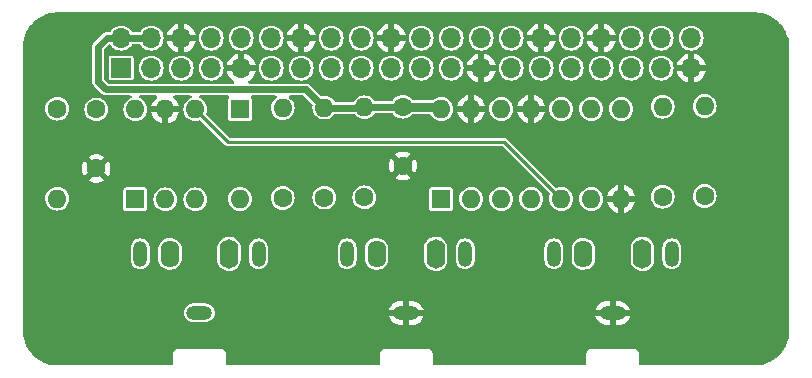
<source format=gbl>
G04 #@! TF.GenerationSoftware,KiCad,Pcbnew,7.0.9*
G04 #@! TF.CreationDate,2023-11-24T14:11:12+00:00*
G04 #@! TF.ProjectId,RPi-Zero-MIDI,5250692d-5a65-4726-9f2d-4d4944492e6b,rev?*
G04 #@! TF.SameCoordinates,Original*
G04 #@! TF.FileFunction,Copper,L2,Bot*
G04 #@! TF.FilePolarity,Positive*
%FSLAX46Y46*%
G04 Gerber Fmt 4.6, Leading zero omitted, Abs format (unit mm)*
G04 Created by KiCad (PCBNEW 7.0.9) date 2023-11-24 14:11:12*
%MOMM*%
%LPD*%
G01*
G04 APERTURE LIST*
G04 #@! TA.AperFunction,ComponentPad*
%ADD10O,1.200000X2.200000*%
G04 #@! TD*
G04 #@! TA.AperFunction,ComponentPad*
%ADD11O,1.600000X2.300000*%
G04 #@! TD*
G04 #@! TA.AperFunction,ComponentPad*
%ADD12O,2.200000X1.200000*%
G04 #@! TD*
G04 #@! TA.AperFunction,ComponentPad*
%ADD13O,1.600000X2.500000*%
G04 #@! TD*
G04 #@! TA.AperFunction,ComponentPad*
%ADD14R,1.600000X1.600000*%
G04 #@! TD*
G04 #@! TA.AperFunction,ComponentPad*
%ADD15O,1.600000X1.600000*%
G04 #@! TD*
G04 #@! TA.AperFunction,ComponentPad*
%ADD16C,1.600000*%
G04 #@! TD*
G04 #@! TA.AperFunction,ComponentPad*
%ADD17R,1.700000X1.700000*%
G04 #@! TD*
G04 #@! TA.AperFunction,ComponentPad*
%ADD18O,1.700000X1.700000*%
G04 #@! TD*
G04 #@! TA.AperFunction,Conductor*
%ADD19C,0.600000*%
G04 #@! TD*
G04 #@! TA.AperFunction,Conductor*
%ADD20C,0.254000*%
G04 #@! TD*
G04 #@! TA.AperFunction,Conductor*
%ADD21C,0.800000*%
G04 #@! TD*
G04 APERTURE END LIST*
D10*
X110000000Y-90500000D03*
D11*
X112500000Y-90500000D03*
D12*
X115000000Y-95500000D03*
D10*
X120000000Y-90500000D03*
D13*
X117500000Y-90500000D03*
D14*
X109560000Y-85880000D03*
D15*
X112100000Y-85880000D03*
X114640000Y-85880000D03*
X114640000Y-78260000D03*
X112100000Y-78260000D03*
X109560000Y-78260000D03*
D14*
X135460000Y-85850000D03*
D15*
X138000000Y-85850000D03*
X140540000Y-85850000D03*
X143080000Y-85850000D03*
X145620000Y-85850000D03*
X148160000Y-85850000D03*
X150700000Y-85850000D03*
X150700000Y-78230000D03*
X148160000Y-78230000D03*
X145620000Y-78230000D03*
X143080000Y-78230000D03*
X140540000Y-78230000D03*
X138000000Y-78230000D03*
X135460000Y-78230000D03*
D16*
X102950000Y-78220000D03*
D15*
X102950000Y-85840000D03*
D16*
X122060000Y-85770000D03*
D15*
X122060000Y-78150000D03*
D16*
X157780000Y-85610000D03*
D15*
X157780000Y-77990000D03*
D16*
X154230000Y-85660000D03*
D15*
X154230000Y-78040000D03*
D16*
X128950000Y-85710000D03*
D15*
X128950000Y-78090000D03*
D16*
X125560000Y-85740000D03*
D15*
X125560000Y-78120000D03*
D10*
X145000000Y-90500000D03*
D11*
X147500000Y-90500000D03*
D12*
X150000000Y-95500000D03*
D10*
X155000000Y-90500000D03*
D13*
X152500000Y-90500000D03*
D10*
X127500000Y-90500000D03*
D11*
X130000000Y-90500000D03*
D12*
X132500000Y-95500000D03*
D10*
X137500000Y-90500000D03*
D13*
X135000000Y-90500000D03*
D14*
X118430000Y-78240000D03*
D15*
X118430000Y-85860000D03*
D16*
X106260000Y-83270000D03*
X106260000Y-78270000D03*
X132220000Y-83050000D03*
X132220000Y-78050000D03*
D17*
X108370000Y-74770000D03*
D18*
X108370000Y-72230000D03*
X110910000Y-74770000D03*
X110910000Y-72230000D03*
X113450000Y-74770000D03*
X113450000Y-72230000D03*
X115990000Y-74770000D03*
X115990000Y-72230000D03*
X118530000Y-74770000D03*
X118530000Y-72230000D03*
X121070000Y-74770000D03*
X121070000Y-72230000D03*
X123610000Y-74770000D03*
X123610000Y-72230000D03*
X126150000Y-74770000D03*
X126150000Y-72230000D03*
X128690000Y-74770000D03*
X128690000Y-72230000D03*
X131230000Y-74770000D03*
X131230000Y-72230000D03*
X133770000Y-74770000D03*
X133770000Y-72230000D03*
X136310000Y-74770000D03*
X136310000Y-72230000D03*
X138850000Y-74770000D03*
X138850000Y-72230000D03*
X141390000Y-74770000D03*
X141390000Y-72230000D03*
X143930000Y-74770000D03*
X143930000Y-72230000D03*
X146470000Y-74770000D03*
X146470000Y-72230000D03*
X149010000Y-74770000D03*
X149010000Y-72230000D03*
X151550000Y-74770000D03*
X151550000Y-72230000D03*
X154090000Y-74770000D03*
X154090000Y-72230000D03*
X156630000Y-74770000D03*
X156630000Y-72230000D03*
D19*
X128950000Y-78090000D02*
X132180000Y-78090000D01*
X132180000Y-78090000D02*
X132220000Y-78050000D01*
X125560000Y-78120000D02*
X128920000Y-78120000D01*
X128920000Y-78120000D02*
X128950000Y-78090000D01*
X124025000Y-76585000D02*
X125560000Y-78120000D01*
X106410000Y-75910000D02*
X107085000Y-76585000D01*
D20*
X117410000Y-81030000D02*
X140800000Y-81030000D01*
X114640000Y-78260000D02*
X117410000Y-81030000D01*
X140800000Y-81030000D02*
X145620000Y-85850000D01*
D21*
X132220000Y-78050000D02*
X135280000Y-78050000D01*
D19*
X124025000Y-76585000D02*
X107085000Y-76585000D01*
X106410000Y-72987919D02*
X106410000Y-75910000D01*
X107167919Y-72230000D02*
X106410000Y-72987919D01*
X108370000Y-72230000D02*
X107167919Y-72230000D01*
X110910000Y-72230000D02*
X108370000Y-72230000D01*
G04 #@! TA.AperFunction,Conductor*
G36*
X162001735Y-70050598D02*
G01*
X162156276Y-70059276D01*
X162326771Y-70068851D01*
X162333661Y-70069627D01*
X162606033Y-70115905D01*
X162652887Y-70123866D01*
X162659671Y-70125414D01*
X162970812Y-70215052D01*
X162977376Y-70217349D01*
X163276531Y-70341262D01*
X163282779Y-70344272D01*
X163452594Y-70438125D01*
X163566184Y-70500904D01*
X163572062Y-70504597D01*
X163836148Y-70691977D01*
X163841571Y-70696301D01*
X163980061Y-70820064D01*
X164083012Y-70912067D01*
X164087932Y-70916987D01*
X164164701Y-71002891D01*
X164303696Y-71158426D01*
X164308024Y-71163853D01*
X164495398Y-71427932D01*
X164499095Y-71433815D01*
X164655723Y-71717211D01*
X164658740Y-71723476D01*
X164689229Y-71797083D01*
X164782649Y-72022620D01*
X164784947Y-72029187D01*
X164874585Y-72340328D01*
X164876133Y-72347112D01*
X164930370Y-72666324D01*
X164931149Y-72673238D01*
X164949402Y-72998264D01*
X164949500Y-73001741D01*
X164949500Y-96998258D01*
X164949402Y-97001735D01*
X164931149Y-97326761D01*
X164930370Y-97333675D01*
X164876133Y-97652887D01*
X164874585Y-97659671D01*
X164784947Y-97970812D01*
X164782649Y-97977379D01*
X164658742Y-98276519D01*
X164655723Y-98282788D01*
X164499095Y-98566184D01*
X164495393Y-98572076D01*
X164308029Y-98836140D01*
X164303691Y-98841580D01*
X164087932Y-99083012D01*
X164083012Y-99087932D01*
X163841580Y-99303691D01*
X163836140Y-99308029D01*
X163572076Y-99495393D01*
X163566184Y-99499095D01*
X163282788Y-99655723D01*
X163276519Y-99658742D01*
X162977379Y-99782649D01*
X162970812Y-99784947D01*
X162659671Y-99874585D01*
X162652887Y-99876133D01*
X162333675Y-99930370D01*
X162326761Y-99931149D01*
X162001735Y-99949402D01*
X161998258Y-99949500D01*
X152374500Y-99949500D01*
X152307461Y-99929815D01*
X152261706Y-99877011D01*
X152250500Y-99825500D01*
X152250500Y-98940693D01*
X152250500Y-98940691D01*
X152219799Y-98826114D01*
X152160489Y-98723387D01*
X152076613Y-98639511D01*
X151973886Y-98580201D01*
X151859309Y-98549500D01*
X151810045Y-98549500D01*
X148216408Y-98549500D01*
X148200000Y-98549500D01*
X148140691Y-98549500D01*
X148026114Y-98580201D01*
X148026112Y-98580201D01*
X148026112Y-98580202D01*
X147923387Y-98639511D01*
X147923384Y-98639513D01*
X147839513Y-98723384D01*
X147839511Y-98723387D01*
X147780201Y-98826114D01*
X147749500Y-98940691D01*
X147749500Y-98940693D01*
X147749500Y-99825500D01*
X147729815Y-99892539D01*
X147677011Y-99938294D01*
X147625500Y-99949500D01*
X134874500Y-99949500D01*
X134807461Y-99929815D01*
X134761706Y-99877011D01*
X134750500Y-99825500D01*
X134750500Y-98940693D01*
X134750500Y-98940691D01*
X134719799Y-98826114D01*
X134660489Y-98723387D01*
X134576613Y-98639511D01*
X134473886Y-98580201D01*
X134359309Y-98549500D01*
X134310045Y-98549500D01*
X130716408Y-98549500D01*
X130700000Y-98549500D01*
X130640691Y-98549500D01*
X130526114Y-98580201D01*
X130526112Y-98580201D01*
X130526112Y-98580202D01*
X130423387Y-98639511D01*
X130423384Y-98639513D01*
X130339513Y-98723384D01*
X130339511Y-98723387D01*
X130280201Y-98826114D01*
X130249500Y-98940691D01*
X130249500Y-98940693D01*
X130249500Y-99825500D01*
X130229815Y-99892539D01*
X130177011Y-99938294D01*
X130125500Y-99949500D01*
X117374500Y-99949500D01*
X117307461Y-99929815D01*
X117261706Y-99877011D01*
X117250500Y-99825500D01*
X117250500Y-98940693D01*
X117250500Y-98940691D01*
X117219799Y-98826114D01*
X117160489Y-98723387D01*
X117076613Y-98639511D01*
X116973886Y-98580201D01*
X116859309Y-98549500D01*
X116810045Y-98549500D01*
X113216408Y-98549500D01*
X113200000Y-98549500D01*
X113140691Y-98549500D01*
X113026114Y-98580201D01*
X113026112Y-98580201D01*
X113026112Y-98580202D01*
X112923387Y-98639511D01*
X112923384Y-98639513D01*
X112839513Y-98723384D01*
X112839511Y-98723387D01*
X112780201Y-98826114D01*
X112749500Y-98940691D01*
X112749500Y-98940693D01*
X112749500Y-99825500D01*
X112729815Y-99892539D01*
X112677011Y-99938294D01*
X112625500Y-99949500D01*
X103001742Y-99949500D01*
X102998265Y-99949402D01*
X102673238Y-99931149D01*
X102666324Y-99930370D01*
X102347112Y-99876133D01*
X102340328Y-99874585D01*
X102029187Y-99784947D01*
X102022620Y-99782649D01*
X101832992Y-99704103D01*
X101723476Y-99658740D01*
X101717211Y-99655723D01*
X101433815Y-99499095D01*
X101427932Y-99495398D01*
X101163853Y-99308024D01*
X101158426Y-99303696D01*
X100997618Y-99159989D01*
X100916987Y-99087932D01*
X100912067Y-99083012D01*
X100784880Y-98940691D01*
X100696301Y-98841571D01*
X100691977Y-98836148D01*
X100504597Y-98572062D01*
X100500904Y-98566184D01*
X100401761Y-98386798D01*
X100344272Y-98282779D01*
X100341262Y-98276531D01*
X100217349Y-97977376D01*
X100215052Y-97970812D01*
X100125414Y-97659671D01*
X100123866Y-97652887D01*
X100094127Y-97477858D01*
X100069627Y-97333661D01*
X100068851Y-97326771D01*
X100059276Y-97156276D01*
X100050598Y-97001735D01*
X100050500Y-96998258D01*
X100050500Y-95500003D01*
X113694435Y-95500003D01*
X113714630Y-95679249D01*
X113714631Y-95679254D01*
X113774211Y-95849523D01*
X113832736Y-95942664D01*
X113870184Y-96002262D01*
X113997738Y-96129816D01*
X114150478Y-96225789D01*
X114255872Y-96262668D01*
X114320745Y-96285368D01*
X114320750Y-96285369D01*
X114411246Y-96295565D01*
X114455040Y-96300499D01*
X114455043Y-96300500D01*
X114455046Y-96300500D01*
X115544957Y-96300500D01*
X115544958Y-96300499D01*
X115612104Y-96292934D01*
X115679249Y-96285369D01*
X115679252Y-96285368D01*
X115679255Y-96285368D01*
X115849522Y-96225789D01*
X116002262Y-96129816D01*
X116129816Y-96002262D01*
X116225789Y-95849522D01*
X116260613Y-95750000D01*
X131026634Y-95750000D01*
X131026931Y-95751946D01*
X131026933Y-95751952D01*
X131097562Y-95942657D01*
X131097565Y-95942664D01*
X131205149Y-96115267D01*
X131345264Y-96262668D01*
X131345266Y-96262669D01*
X131512195Y-96378856D01*
X131699092Y-96459059D01*
X131898310Y-96500000D01*
X132250000Y-96500000D01*
X132250000Y-95750000D01*
X132750000Y-95750000D01*
X132750000Y-96500000D01*
X133050713Y-96500000D01*
X133202338Y-96484581D01*
X133396381Y-96423700D01*
X133396391Y-96423695D01*
X133574215Y-96324994D01*
X133574216Y-96324994D01*
X133728530Y-96192521D01*
X133728531Y-96192520D01*
X133853018Y-96031695D01*
X133942588Y-95849093D01*
X133968246Y-95750000D01*
X148526634Y-95750000D01*
X148526931Y-95751946D01*
X148526933Y-95751952D01*
X148597562Y-95942657D01*
X148597565Y-95942664D01*
X148705149Y-96115267D01*
X148845264Y-96262668D01*
X148845266Y-96262669D01*
X149012195Y-96378856D01*
X149199092Y-96459059D01*
X149398310Y-96500000D01*
X149750000Y-96500000D01*
X149750000Y-95750000D01*
X150250000Y-95750000D01*
X150250000Y-96500000D01*
X150550713Y-96500000D01*
X150702338Y-96484581D01*
X150896381Y-96423700D01*
X150896391Y-96423695D01*
X151074215Y-96324994D01*
X151074216Y-96324994D01*
X151228530Y-96192521D01*
X151228531Y-96192520D01*
X151353018Y-96031695D01*
X151442588Y-95849093D01*
X151468246Y-95750000D01*
X150250000Y-95750000D01*
X149750000Y-95750000D01*
X148526634Y-95750000D01*
X133968246Y-95750000D01*
X132750000Y-95750000D01*
X132250000Y-95750000D01*
X131026634Y-95750000D01*
X116260613Y-95750000D01*
X116285368Y-95679255D01*
X116300422Y-95545649D01*
X131800000Y-95545649D01*
X131839613Y-95627905D01*
X131910992Y-95684827D01*
X131977468Y-95700000D01*
X133022532Y-95700000D01*
X133089008Y-95684827D01*
X133160387Y-95627905D01*
X133200000Y-95545649D01*
X149300000Y-95545649D01*
X149339613Y-95627905D01*
X149410992Y-95684827D01*
X149477468Y-95700000D01*
X150522532Y-95700000D01*
X150589008Y-95684827D01*
X150660387Y-95627905D01*
X150700000Y-95545649D01*
X150700000Y-95454351D01*
X150660387Y-95372095D01*
X150589008Y-95315173D01*
X150522532Y-95300000D01*
X149477468Y-95300000D01*
X149410992Y-95315173D01*
X149339613Y-95372095D01*
X149300000Y-95454351D01*
X149300000Y-95545649D01*
X133200000Y-95545649D01*
X133200000Y-95454351D01*
X133160387Y-95372095D01*
X133089008Y-95315173D01*
X133022532Y-95300000D01*
X131977468Y-95300000D01*
X131910992Y-95315173D01*
X131839613Y-95372095D01*
X131800000Y-95454351D01*
X131800000Y-95545649D01*
X116300422Y-95545649D01*
X116305565Y-95500000D01*
X116285368Y-95320745D01*
X116260613Y-95250000D01*
X131031754Y-95250000D01*
X132250000Y-95250000D01*
X132250000Y-94500000D01*
X132750000Y-94500000D01*
X132750000Y-95250000D01*
X133973366Y-95250000D01*
X148531754Y-95250000D01*
X149750000Y-95250000D01*
X149750000Y-94500000D01*
X150250000Y-94500000D01*
X150250000Y-95250000D01*
X151473366Y-95250000D01*
X151473068Y-95248053D01*
X151473066Y-95248047D01*
X151402437Y-95057342D01*
X151402434Y-95057335D01*
X151294850Y-94884732D01*
X151154735Y-94737331D01*
X151154733Y-94737330D01*
X150987804Y-94621143D01*
X150800907Y-94540940D01*
X150601690Y-94500000D01*
X150250000Y-94500000D01*
X149750000Y-94500000D01*
X149449287Y-94500000D01*
X149297661Y-94515418D01*
X149103618Y-94576299D01*
X149103608Y-94576304D01*
X148925784Y-94675005D01*
X148925783Y-94675005D01*
X148771469Y-94807478D01*
X148771468Y-94807479D01*
X148646981Y-94968304D01*
X148557411Y-95150906D01*
X148531754Y-95250000D01*
X133973366Y-95250000D01*
X133973068Y-95248053D01*
X133973066Y-95248047D01*
X133902437Y-95057342D01*
X133902434Y-95057335D01*
X133794850Y-94884732D01*
X133654735Y-94737331D01*
X133654733Y-94737330D01*
X133487804Y-94621143D01*
X133300907Y-94540940D01*
X133101690Y-94500000D01*
X132750000Y-94500000D01*
X132250000Y-94500000D01*
X131949287Y-94500000D01*
X131797661Y-94515418D01*
X131603618Y-94576299D01*
X131603608Y-94576304D01*
X131425784Y-94675005D01*
X131425783Y-94675005D01*
X131271469Y-94807478D01*
X131271468Y-94807479D01*
X131146981Y-94968304D01*
X131057411Y-95150906D01*
X131031754Y-95250000D01*
X116260613Y-95250000D01*
X116225789Y-95150478D01*
X116129816Y-94997738D01*
X116002262Y-94870184D01*
X115902468Y-94807479D01*
X115849523Y-94774211D01*
X115679254Y-94714631D01*
X115679249Y-94714630D01*
X115544960Y-94699500D01*
X115544954Y-94699500D01*
X114455046Y-94699500D01*
X114455039Y-94699500D01*
X114320750Y-94714630D01*
X114320745Y-94714631D01*
X114150476Y-94774211D01*
X113997737Y-94870184D01*
X113870184Y-94997737D01*
X113774211Y-95150476D01*
X113714631Y-95320745D01*
X113714630Y-95320750D01*
X113694435Y-95499996D01*
X113694435Y-95500003D01*
X100050500Y-95500003D01*
X100050500Y-91044960D01*
X109199500Y-91044960D01*
X109214630Y-91179249D01*
X109214631Y-91179254D01*
X109274211Y-91349523D01*
X109321322Y-91424499D01*
X109370184Y-91502262D01*
X109497738Y-91629816D01*
X109575844Y-91678893D01*
X109614922Y-91703448D01*
X109650478Y-91725789D01*
X109820745Y-91785368D01*
X109820750Y-91785369D01*
X109999996Y-91805565D01*
X110000000Y-91805565D01*
X110000004Y-91805565D01*
X110179249Y-91785369D01*
X110179252Y-91785368D01*
X110179255Y-91785368D01*
X110349522Y-91725789D01*
X110502262Y-91629816D01*
X110629816Y-91502262D01*
X110725789Y-91349522D01*
X110785368Y-91179255D01*
X110788390Y-91152439D01*
X110792934Y-91112104D01*
X110800500Y-91044954D01*
X110800500Y-90900743D01*
X111499500Y-90900743D01*
X111514925Y-91052439D01*
X111575837Y-91246579D01*
X111575844Y-91246594D01*
X111674589Y-91424499D01*
X111674592Y-91424504D01*
X111807132Y-91578893D01*
X111807134Y-91578895D01*
X111968037Y-91703445D01*
X111968038Y-91703445D01*
X111968042Y-91703448D01*
X112150729Y-91793060D01*
X112347715Y-91844063D01*
X112550936Y-91854369D01*
X112752071Y-91823556D01*
X112942887Y-91752886D01*
X113115571Y-91645252D01*
X113263053Y-91505059D01*
X113379295Y-91338049D01*
X113459540Y-91151058D01*
X113490430Y-91000743D01*
X116499500Y-91000743D01*
X116514925Y-91152439D01*
X116575837Y-91346579D01*
X116575844Y-91346594D01*
X116674589Y-91524499D01*
X116674592Y-91524504D01*
X116807132Y-91678893D01*
X116807134Y-91678895D01*
X116968037Y-91803445D01*
X116968038Y-91803445D01*
X116968042Y-91803448D01*
X117150729Y-91893060D01*
X117347715Y-91944063D01*
X117550936Y-91954369D01*
X117752071Y-91923556D01*
X117942887Y-91852886D01*
X118115571Y-91745252D01*
X118263053Y-91605059D01*
X118379295Y-91438049D01*
X118459540Y-91251058D01*
X118500500Y-91051741D01*
X118500500Y-91044960D01*
X119199500Y-91044960D01*
X119214630Y-91179249D01*
X119214631Y-91179254D01*
X119274211Y-91349523D01*
X119321322Y-91424499D01*
X119370184Y-91502262D01*
X119497738Y-91629816D01*
X119575844Y-91678893D01*
X119614922Y-91703448D01*
X119650478Y-91725789D01*
X119820745Y-91785368D01*
X119820750Y-91785369D01*
X119999996Y-91805565D01*
X120000000Y-91805565D01*
X120000004Y-91805565D01*
X120179249Y-91785369D01*
X120179252Y-91785368D01*
X120179255Y-91785368D01*
X120349522Y-91725789D01*
X120502262Y-91629816D01*
X120629816Y-91502262D01*
X120725789Y-91349522D01*
X120785368Y-91179255D01*
X120788390Y-91152439D01*
X120792934Y-91112104D01*
X120800499Y-91044960D01*
X126699500Y-91044960D01*
X126714630Y-91179249D01*
X126714631Y-91179254D01*
X126774211Y-91349523D01*
X126821322Y-91424499D01*
X126870184Y-91502262D01*
X126997738Y-91629816D01*
X127075844Y-91678893D01*
X127114922Y-91703448D01*
X127150478Y-91725789D01*
X127320745Y-91785368D01*
X127320750Y-91785369D01*
X127499996Y-91805565D01*
X127500000Y-91805565D01*
X127500004Y-91805565D01*
X127679249Y-91785369D01*
X127679252Y-91785368D01*
X127679255Y-91785368D01*
X127849522Y-91725789D01*
X128002262Y-91629816D01*
X128129816Y-91502262D01*
X128225789Y-91349522D01*
X128285368Y-91179255D01*
X128288390Y-91152439D01*
X128292934Y-91112104D01*
X128300500Y-91044954D01*
X128300500Y-90900743D01*
X128999500Y-90900743D01*
X129014925Y-91052439D01*
X129075837Y-91246579D01*
X129075844Y-91246594D01*
X129174589Y-91424499D01*
X129174592Y-91424504D01*
X129307132Y-91578893D01*
X129307134Y-91578895D01*
X129468037Y-91703445D01*
X129468038Y-91703445D01*
X129468042Y-91703448D01*
X129650729Y-91793060D01*
X129847715Y-91844063D01*
X130050936Y-91854369D01*
X130252071Y-91823556D01*
X130442887Y-91752886D01*
X130615571Y-91645252D01*
X130763053Y-91505059D01*
X130879295Y-91338049D01*
X130959540Y-91151058D01*
X130990430Y-91000743D01*
X133999500Y-91000743D01*
X134014925Y-91152439D01*
X134075837Y-91346579D01*
X134075844Y-91346594D01*
X134174589Y-91524499D01*
X134174592Y-91524504D01*
X134307132Y-91678893D01*
X134307134Y-91678895D01*
X134468037Y-91803445D01*
X134468038Y-91803445D01*
X134468042Y-91803448D01*
X134650729Y-91893060D01*
X134847715Y-91944063D01*
X135050936Y-91954369D01*
X135252071Y-91923556D01*
X135442887Y-91852886D01*
X135615571Y-91745252D01*
X135763053Y-91605059D01*
X135879295Y-91438049D01*
X135959540Y-91251058D01*
X136000500Y-91051741D01*
X136000500Y-91044960D01*
X136699500Y-91044960D01*
X136714630Y-91179249D01*
X136714631Y-91179254D01*
X136774211Y-91349523D01*
X136821322Y-91424499D01*
X136870184Y-91502262D01*
X136997738Y-91629816D01*
X137075844Y-91678893D01*
X137114922Y-91703448D01*
X137150478Y-91725789D01*
X137320745Y-91785368D01*
X137320750Y-91785369D01*
X137499996Y-91805565D01*
X137500000Y-91805565D01*
X137500004Y-91805565D01*
X137679249Y-91785369D01*
X137679252Y-91785368D01*
X137679255Y-91785368D01*
X137849522Y-91725789D01*
X138002262Y-91629816D01*
X138129816Y-91502262D01*
X138225789Y-91349522D01*
X138285368Y-91179255D01*
X138288390Y-91152439D01*
X138292934Y-91112104D01*
X138300499Y-91044960D01*
X144199500Y-91044960D01*
X144214630Y-91179249D01*
X144214631Y-91179254D01*
X144274211Y-91349523D01*
X144321322Y-91424499D01*
X144370184Y-91502262D01*
X144497738Y-91629816D01*
X144575844Y-91678893D01*
X144614922Y-91703448D01*
X144650478Y-91725789D01*
X144820745Y-91785368D01*
X144820750Y-91785369D01*
X144999996Y-91805565D01*
X145000000Y-91805565D01*
X145000004Y-91805565D01*
X145179249Y-91785369D01*
X145179252Y-91785368D01*
X145179255Y-91785368D01*
X145349522Y-91725789D01*
X145502262Y-91629816D01*
X145629816Y-91502262D01*
X145725789Y-91349522D01*
X145785368Y-91179255D01*
X145788390Y-91152439D01*
X145792934Y-91112104D01*
X145800500Y-91044954D01*
X145800500Y-90900743D01*
X146499500Y-90900743D01*
X146514925Y-91052439D01*
X146575837Y-91246579D01*
X146575844Y-91246594D01*
X146674589Y-91424499D01*
X146674592Y-91424504D01*
X146807132Y-91578893D01*
X146807134Y-91578895D01*
X146968037Y-91703445D01*
X146968038Y-91703445D01*
X146968042Y-91703448D01*
X147150729Y-91793060D01*
X147347715Y-91844063D01*
X147550936Y-91854369D01*
X147752071Y-91823556D01*
X147942887Y-91752886D01*
X148115571Y-91645252D01*
X148263053Y-91505059D01*
X148379295Y-91338049D01*
X148459540Y-91151058D01*
X148490430Y-91000743D01*
X151499500Y-91000743D01*
X151514925Y-91152439D01*
X151575837Y-91346579D01*
X151575844Y-91346594D01*
X151674589Y-91524499D01*
X151674592Y-91524504D01*
X151807132Y-91678893D01*
X151807134Y-91678895D01*
X151968037Y-91803445D01*
X151968038Y-91803445D01*
X151968042Y-91803448D01*
X152150729Y-91893060D01*
X152347715Y-91944063D01*
X152550936Y-91954369D01*
X152752071Y-91923556D01*
X152942887Y-91852886D01*
X153115571Y-91745252D01*
X153263053Y-91605059D01*
X153379295Y-91438049D01*
X153459540Y-91251058D01*
X153500500Y-91051741D01*
X153500500Y-91044960D01*
X154199500Y-91044960D01*
X154214630Y-91179249D01*
X154214631Y-91179254D01*
X154274211Y-91349523D01*
X154321322Y-91424499D01*
X154370184Y-91502262D01*
X154497738Y-91629816D01*
X154575844Y-91678893D01*
X154614922Y-91703448D01*
X154650478Y-91725789D01*
X154820745Y-91785368D01*
X154820750Y-91785369D01*
X154999996Y-91805565D01*
X155000000Y-91805565D01*
X155000004Y-91805565D01*
X155179249Y-91785369D01*
X155179252Y-91785368D01*
X155179255Y-91785368D01*
X155349522Y-91725789D01*
X155502262Y-91629816D01*
X155629816Y-91502262D01*
X155725789Y-91349522D01*
X155785368Y-91179255D01*
X155788390Y-91152439D01*
X155792934Y-91112104D01*
X155800500Y-91044954D01*
X155800500Y-89955046D01*
X155788390Y-89847562D01*
X155785369Y-89820750D01*
X155785368Y-89820745D01*
X155760243Y-89748942D01*
X155725789Y-89650478D01*
X155629816Y-89497738D01*
X155502262Y-89370184D01*
X155349523Y-89274211D01*
X155179254Y-89214631D01*
X155179249Y-89214630D01*
X155000004Y-89194435D01*
X154999996Y-89194435D01*
X154820750Y-89214630D01*
X154820745Y-89214631D01*
X154650476Y-89274211D01*
X154497737Y-89370184D01*
X154370184Y-89497737D01*
X154274211Y-89650476D01*
X154214631Y-89820745D01*
X154214630Y-89820750D01*
X154199500Y-89955039D01*
X154199500Y-91044960D01*
X153500500Y-91044960D01*
X153500500Y-89999258D01*
X153496004Y-89955039D01*
X153485074Y-89847560D01*
X153424162Y-89653420D01*
X153424160Y-89653416D01*
X153424159Y-89653412D01*
X153325409Y-89475498D01*
X153325408Y-89475497D01*
X153325407Y-89475495D01*
X153192867Y-89321106D01*
X153192865Y-89321104D01*
X153031962Y-89196554D01*
X153031959Y-89196553D01*
X153031958Y-89196552D01*
X152849271Y-89106940D01*
X152652285Y-89055937D01*
X152652287Y-89055937D01*
X152516804Y-89049066D01*
X152449064Y-89045631D01*
X152449063Y-89045631D01*
X152449061Y-89045631D01*
X152247936Y-89076442D01*
X152247924Y-89076445D01*
X152057118Y-89147111D01*
X152057111Y-89147115D01*
X151884432Y-89254745D01*
X151884427Y-89254749D01*
X151736949Y-89394938D01*
X151736948Y-89394940D01*
X151620705Y-89561949D01*
X151540459Y-89748943D01*
X151499500Y-89948258D01*
X151499500Y-91000743D01*
X148490430Y-91000743D01*
X148500500Y-90951741D01*
X148500500Y-90099258D01*
X148485835Y-89955039D01*
X148485074Y-89947560D01*
X148424162Y-89753420D01*
X148424160Y-89753416D01*
X148424159Y-89753412D01*
X148325409Y-89575498D01*
X148325408Y-89575497D01*
X148325407Y-89575495D01*
X148192867Y-89421106D01*
X148192865Y-89421104D01*
X148031962Y-89296554D01*
X148031959Y-89296553D01*
X148031958Y-89296552D01*
X147849271Y-89206940D01*
X147652285Y-89155937D01*
X147652287Y-89155937D01*
X147516804Y-89149066D01*
X147449064Y-89145631D01*
X147449063Y-89145631D01*
X147449061Y-89145631D01*
X147247936Y-89176442D01*
X147247924Y-89176445D01*
X147057118Y-89247111D01*
X147057111Y-89247115D01*
X146884432Y-89354745D01*
X146884427Y-89354749D01*
X146736949Y-89494938D01*
X146736947Y-89494940D01*
X146736947Y-89494941D01*
X146716113Y-89524873D01*
X146620705Y-89661949D01*
X146540459Y-89848943D01*
X146499500Y-90048258D01*
X146499500Y-90900743D01*
X145800500Y-90900743D01*
X145800500Y-89955046D01*
X145788390Y-89847562D01*
X145785369Y-89820750D01*
X145785368Y-89820745D01*
X145760243Y-89748942D01*
X145725789Y-89650478D01*
X145629816Y-89497738D01*
X145502262Y-89370184D01*
X145349523Y-89274211D01*
X145179254Y-89214631D01*
X145179249Y-89214630D01*
X145000004Y-89194435D01*
X144999996Y-89194435D01*
X144820750Y-89214630D01*
X144820745Y-89214631D01*
X144650476Y-89274211D01*
X144497737Y-89370184D01*
X144370184Y-89497737D01*
X144274211Y-89650476D01*
X144214631Y-89820745D01*
X144214630Y-89820750D01*
X144199500Y-89955039D01*
X144199500Y-91044960D01*
X138300499Y-91044960D01*
X138300500Y-91044954D01*
X138300500Y-89955046D01*
X138288390Y-89847562D01*
X138285369Y-89820750D01*
X138285368Y-89820745D01*
X138260243Y-89748942D01*
X138225789Y-89650478D01*
X138129816Y-89497738D01*
X138002262Y-89370184D01*
X137849523Y-89274211D01*
X137679254Y-89214631D01*
X137679249Y-89214630D01*
X137500004Y-89194435D01*
X137499996Y-89194435D01*
X137320750Y-89214630D01*
X137320745Y-89214631D01*
X137150476Y-89274211D01*
X136997737Y-89370184D01*
X136870184Y-89497737D01*
X136774211Y-89650476D01*
X136714631Y-89820745D01*
X136714630Y-89820750D01*
X136699500Y-89955039D01*
X136699500Y-91044960D01*
X136000500Y-91044960D01*
X136000500Y-89999258D01*
X135996004Y-89955039D01*
X135985074Y-89847560D01*
X135924162Y-89653420D01*
X135924160Y-89653416D01*
X135924159Y-89653412D01*
X135825409Y-89475498D01*
X135825408Y-89475497D01*
X135825407Y-89475495D01*
X135692867Y-89321106D01*
X135692865Y-89321104D01*
X135531962Y-89196554D01*
X135531959Y-89196553D01*
X135531958Y-89196552D01*
X135349271Y-89106940D01*
X135152285Y-89055937D01*
X135152287Y-89055937D01*
X135016804Y-89049066D01*
X134949064Y-89045631D01*
X134949063Y-89045631D01*
X134949061Y-89045631D01*
X134747936Y-89076442D01*
X134747924Y-89076445D01*
X134557118Y-89147111D01*
X134557111Y-89147115D01*
X134384432Y-89254745D01*
X134384427Y-89254749D01*
X134236949Y-89394938D01*
X134236948Y-89394940D01*
X134120705Y-89561949D01*
X134040459Y-89748943D01*
X133999500Y-89948258D01*
X133999500Y-91000743D01*
X130990430Y-91000743D01*
X131000500Y-90951741D01*
X131000500Y-90099258D01*
X130985835Y-89955039D01*
X130985074Y-89947560D01*
X130924162Y-89753420D01*
X130924160Y-89753416D01*
X130924159Y-89753412D01*
X130825409Y-89575498D01*
X130825408Y-89575497D01*
X130825407Y-89575495D01*
X130692867Y-89421106D01*
X130692865Y-89421104D01*
X130531962Y-89296554D01*
X130531959Y-89296553D01*
X130531958Y-89296552D01*
X130349271Y-89206940D01*
X130152285Y-89155937D01*
X130152287Y-89155937D01*
X130016804Y-89149066D01*
X129949064Y-89145631D01*
X129949063Y-89145631D01*
X129949061Y-89145631D01*
X129747936Y-89176442D01*
X129747924Y-89176445D01*
X129557118Y-89247111D01*
X129557111Y-89247115D01*
X129384432Y-89354745D01*
X129384427Y-89354749D01*
X129236949Y-89494938D01*
X129236947Y-89494940D01*
X129236947Y-89494941D01*
X129216113Y-89524873D01*
X129120705Y-89661949D01*
X129040459Y-89848943D01*
X128999500Y-90048258D01*
X128999500Y-90900743D01*
X128300500Y-90900743D01*
X128300500Y-89955046D01*
X128288390Y-89847562D01*
X128285369Y-89820750D01*
X128285368Y-89820745D01*
X128260243Y-89748942D01*
X128225789Y-89650478D01*
X128129816Y-89497738D01*
X128002262Y-89370184D01*
X127849523Y-89274211D01*
X127679254Y-89214631D01*
X127679249Y-89214630D01*
X127500004Y-89194435D01*
X127499996Y-89194435D01*
X127320750Y-89214630D01*
X127320745Y-89214631D01*
X127150476Y-89274211D01*
X126997737Y-89370184D01*
X126870184Y-89497737D01*
X126774211Y-89650476D01*
X126714631Y-89820745D01*
X126714630Y-89820750D01*
X126699500Y-89955039D01*
X126699500Y-91044960D01*
X120800499Y-91044960D01*
X120800500Y-91044954D01*
X120800500Y-89955046D01*
X120788390Y-89847562D01*
X120785369Y-89820750D01*
X120785368Y-89820745D01*
X120760243Y-89748942D01*
X120725789Y-89650478D01*
X120629816Y-89497738D01*
X120502262Y-89370184D01*
X120349523Y-89274211D01*
X120179254Y-89214631D01*
X120179249Y-89214630D01*
X120000004Y-89194435D01*
X119999996Y-89194435D01*
X119820750Y-89214630D01*
X119820745Y-89214631D01*
X119650476Y-89274211D01*
X119497737Y-89370184D01*
X119370184Y-89497737D01*
X119274211Y-89650476D01*
X119214631Y-89820745D01*
X119214630Y-89820750D01*
X119199500Y-89955039D01*
X119199500Y-91044960D01*
X118500500Y-91044960D01*
X118500500Y-89999258D01*
X118496004Y-89955039D01*
X118485074Y-89847560D01*
X118424162Y-89653420D01*
X118424160Y-89653416D01*
X118424159Y-89653412D01*
X118325409Y-89475498D01*
X118325408Y-89475497D01*
X118325407Y-89475495D01*
X118192867Y-89321106D01*
X118192865Y-89321104D01*
X118031962Y-89196554D01*
X118031959Y-89196553D01*
X118031958Y-89196552D01*
X117849271Y-89106940D01*
X117652285Y-89055937D01*
X117652287Y-89055937D01*
X117516804Y-89049066D01*
X117449064Y-89045631D01*
X117449063Y-89045631D01*
X117449061Y-89045631D01*
X117247936Y-89076442D01*
X117247924Y-89076445D01*
X117057118Y-89147111D01*
X117057111Y-89147115D01*
X116884432Y-89254745D01*
X116884427Y-89254749D01*
X116736949Y-89394938D01*
X116736948Y-89394940D01*
X116620705Y-89561949D01*
X116540459Y-89748943D01*
X116499500Y-89948258D01*
X116499500Y-91000743D01*
X113490430Y-91000743D01*
X113500500Y-90951741D01*
X113500500Y-90099258D01*
X113485835Y-89955039D01*
X113485074Y-89947560D01*
X113424162Y-89753420D01*
X113424160Y-89753416D01*
X113424159Y-89753412D01*
X113325409Y-89575498D01*
X113325408Y-89575497D01*
X113325407Y-89575495D01*
X113192867Y-89421106D01*
X113192865Y-89421104D01*
X113031962Y-89296554D01*
X113031959Y-89296553D01*
X113031958Y-89296552D01*
X112849271Y-89206940D01*
X112652285Y-89155937D01*
X112652287Y-89155937D01*
X112516804Y-89149066D01*
X112449064Y-89145631D01*
X112449063Y-89145631D01*
X112449061Y-89145631D01*
X112247936Y-89176442D01*
X112247924Y-89176445D01*
X112057118Y-89247111D01*
X112057111Y-89247115D01*
X111884432Y-89354745D01*
X111884427Y-89354749D01*
X111736949Y-89494938D01*
X111736947Y-89494940D01*
X111736947Y-89494941D01*
X111716113Y-89524873D01*
X111620705Y-89661949D01*
X111540459Y-89848943D01*
X111499500Y-90048258D01*
X111499500Y-90900743D01*
X110800500Y-90900743D01*
X110800500Y-89955046D01*
X110788390Y-89847562D01*
X110785369Y-89820750D01*
X110785368Y-89820745D01*
X110760243Y-89748942D01*
X110725789Y-89650478D01*
X110629816Y-89497738D01*
X110502262Y-89370184D01*
X110349523Y-89274211D01*
X110179254Y-89214631D01*
X110179249Y-89214630D01*
X110000004Y-89194435D01*
X109999996Y-89194435D01*
X109820750Y-89214630D01*
X109820745Y-89214631D01*
X109650476Y-89274211D01*
X109497737Y-89370184D01*
X109370184Y-89497737D01*
X109274211Y-89650476D01*
X109214631Y-89820745D01*
X109214630Y-89820750D01*
X109199500Y-89955039D01*
X109199500Y-91044960D01*
X100050500Y-91044960D01*
X100050500Y-85840000D01*
X101944659Y-85840000D01*
X101963975Y-86036129D01*
X101967009Y-86046132D01*
X102004141Y-86168539D01*
X102021188Y-86224733D01*
X102114086Y-86398532D01*
X102114090Y-86398539D01*
X102239116Y-86550883D01*
X102391460Y-86675909D01*
X102391467Y-86675913D01*
X102565266Y-86768811D01*
X102565269Y-86768811D01*
X102565273Y-86768814D01*
X102753868Y-86826024D01*
X102950000Y-86845341D01*
X103146132Y-86826024D01*
X103334727Y-86768814D01*
X103354527Y-86758231D01*
X103463933Y-86699752D01*
X108559500Y-86699752D01*
X108571131Y-86758229D01*
X108571132Y-86758230D01*
X108615447Y-86824552D01*
X108681769Y-86868867D01*
X108681770Y-86868868D01*
X108740247Y-86880499D01*
X108740250Y-86880500D01*
X108740252Y-86880500D01*
X110379750Y-86880500D01*
X110379751Y-86880499D01*
X110394568Y-86877552D01*
X110438229Y-86868868D01*
X110438229Y-86868867D01*
X110438231Y-86868867D01*
X110504552Y-86824552D01*
X110548867Y-86758231D01*
X110548867Y-86758229D01*
X110548868Y-86758229D01*
X110560499Y-86699752D01*
X110560500Y-86699750D01*
X110560500Y-85880000D01*
X111094659Y-85880000D01*
X111113975Y-86076129D01*
X111113976Y-86076132D01*
X111162218Y-86235165D01*
X111171188Y-86264733D01*
X111264086Y-86438532D01*
X111264090Y-86438539D01*
X111389116Y-86590883D01*
X111541460Y-86715909D01*
X111541467Y-86715913D01*
X111715266Y-86808811D01*
X111715269Y-86808811D01*
X111715273Y-86808814D01*
X111903868Y-86866024D01*
X112100000Y-86885341D01*
X112296132Y-86866024D01*
X112484727Y-86808814D01*
X112511410Y-86794552D01*
X112583490Y-86756024D01*
X112658538Y-86715910D01*
X112810883Y-86590883D01*
X112935910Y-86438538D01*
X112994706Y-86328538D01*
X113028811Y-86264733D01*
X113028811Y-86264732D01*
X113028814Y-86264727D01*
X113086024Y-86076132D01*
X113105341Y-85880000D01*
X113634659Y-85880000D01*
X113653975Y-86076129D01*
X113653976Y-86076132D01*
X113702218Y-86235165D01*
X113711188Y-86264733D01*
X113804086Y-86438532D01*
X113804090Y-86438539D01*
X113929116Y-86590883D01*
X114081460Y-86715909D01*
X114081467Y-86715913D01*
X114255266Y-86808811D01*
X114255269Y-86808811D01*
X114255273Y-86808814D01*
X114443868Y-86866024D01*
X114640000Y-86885341D01*
X114836132Y-86866024D01*
X115024727Y-86808814D01*
X115051410Y-86794552D01*
X115123490Y-86756024D01*
X115198538Y-86715910D01*
X115350883Y-86590883D01*
X115475910Y-86438538D01*
X115534706Y-86328538D01*
X115568811Y-86264733D01*
X115568811Y-86264732D01*
X115568814Y-86264727D01*
X115626024Y-86076132D01*
X115645341Y-85880000D01*
X115643371Y-85860000D01*
X117424659Y-85860000D01*
X117443975Y-86056129D01*
X117443976Y-86056132D01*
X117498285Y-86235165D01*
X117501188Y-86244733D01*
X117594086Y-86418532D01*
X117594090Y-86418539D01*
X117719116Y-86570883D01*
X117871460Y-86695909D01*
X117871467Y-86695913D01*
X118045266Y-86788811D01*
X118045269Y-86788811D01*
X118045273Y-86788814D01*
X118233868Y-86846024D01*
X118430000Y-86865341D01*
X118626132Y-86846024D01*
X118814727Y-86788814D01*
X118833442Y-86778811D01*
X118928070Y-86728231D01*
X118988538Y-86695910D01*
X119140883Y-86570883D01*
X119265910Y-86418538D01*
X119358814Y-86244727D01*
X119416024Y-86056132D01*
X119435341Y-85860000D01*
X119426477Y-85770000D01*
X121054659Y-85770000D01*
X121073975Y-85966129D01*
X121073976Y-85966132D01*
X121122087Y-86124733D01*
X121131188Y-86154733D01*
X121224086Y-86328532D01*
X121224090Y-86328539D01*
X121349116Y-86480883D01*
X121501460Y-86605909D01*
X121501467Y-86605913D01*
X121675266Y-86698811D01*
X121675269Y-86698811D01*
X121675273Y-86698814D01*
X121863868Y-86756024D01*
X122060000Y-86775341D01*
X122256132Y-86756024D01*
X122444727Y-86698814D01*
X122450155Y-86695913D01*
X122600894Y-86615341D01*
X122618538Y-86605910D01*
X122770883Y-86480883D01*
X122895910Y-86328538D01*
X122954706Y-86218538D01*
X122988811Y-86154733D01*
X122988811Y-86154732D01*
X122988814Y-86154727D01*
X123046024Y-85966132D01*
X123065341Y-85770000D01*
X123062386Y-85740000D01*
X124554659Y-85740000D01*
X124573975Y-85936129D01*
X124583076Y-85966132D01*
X124622087Y-86094733D01*
X124631188Y-86124733D01*
X124724086Y-86298532D01*
X124724090Y-86298539D01*
X124849116Y-86450883D01*
X125001460Y-86575909D01*
X125001467Y-86575913D01*
X125175266Y-86668811D01*
X125175269Y-86668811D01*
X125175273Y-86668814D01*
X125363868Y-86726024D01*
X125560000Y-86745341D01*
X125756132Y-86726024D01*
X125944727Y-86668814D01*
X125951227Y-86665340D01*
X126080907Y-86596024D01*
X126118538Y-86575910D01*
X126270883Y-86450883D01*
X126395910Y-86298538D01*
X126465400Y-86168532D01*
X126488811Y-86124733D01*
X126488811Y-86124732D01*
X126488814Y-86124727D01*
X126546024Y-85936132D01*
X126565341Y-85740000D01*
X126562386Y-85710000D01*
X127944659Y-85710000D01*
X127963975Y-85906129D01*
X127973076Y-85936132D01*
X128006020Y-86044733D01*
X128021188Y-86094733D01*
X128114086Y-86268532D01*
X128114090Y-86268539D01*
X128239116Y-86420883D01*
X128391460Y-86545909D01*
X128391467Y-86545913D01*
X128565266Y-86638811D01*
X128565269Y-86638811D01*
X128565273Y-86638814D01*
X128753868Y-86696024D01*
X128950000Y-86715341D01*
X129146132Y-86696024D01*
X129232739Y-86669752D01*
X134459500Y-86669752D01*
X134471131Y-86728229D01*
X134471132Y-86728230D01*
X134515447Y-86794552D01*
X134581769Y-86838867D01*
X134581770Y-86838868D01*
X134640247Y-86850499D01*
X134640250Y-86850500D01*
X134640252Y-86850500D01*
X136279750Y-86850500D01*
X136279751Y-86850499D01*
X136294568Y-86847552D01*
X136338229Y-86838868D01*
X136338229Y-86838867D01*
X136338231Y-86838867D01*
X136404552Y-86794552D01*
X136448867Y-86728231D01*
X136448867Y-86728229D01*
X136448868Y-86728229D01*
X136459274Y-86675910D01*
X136460500Y-86669748D01*
X136460500Y-85850000D01*
X136994659Y-85850000D01*
X137013975Y-86046129D01*
X137023076Y-86076132D01*
X137068154Y-86224733D01*
X137071188Y-86234733D01*
X137164086Y-86408532D01*
X137164090Y-86408539D01*
X137289116Y-86560883D01*
X137441460Y-86685909D01*
X137441467Y-86685913D01*
X137615266Y-86778811D01*
X137615269Y-86778811D01*
X137615273Y-86778814D01*
X137803868Y-86836024D01*
X138000000Y-86855341D01*
X138196132Y-86836024D01*
X138384727Y-86778814D01*
X138391227Y-86775340D01*
X138502414Y-86715909D01*
X138558538Y-86685910D01*
X138710883Y-86560883D01*
X138835910Y-86408538D01*
X138894706Y-86298538D01*
X138928811Y-86234733D01*
X138928811Y-86234732D01*
X138928814Y-86234727D01*
X138986024Y-86046132D01*
X139005341Y-85850000D01*
X139534659Y-85850000D01*
X139553975Y-86046129D01*
X139563076Y-86076132D01*
X139608154Y-86224733D01*
X139611188Y-86234733D01*
X139704086Y-86408532D01*
X139704090Y-86408539D01*
X139829116Y-86560883D01*
X139981460Y-86685909D01*
X139981467Y-86685913D01*
X140155266Y-86778811D01*
X140155269Y-86778811D01*
X140155273Y-86778814D01*
X140343868Y-86836024D01*
X140540000Y-86855341D01*
X140736132Y-86836024D01*
X140924727Y-86778814D01*
X140931227Y-86775340D01*
X141042414Y-86715909D01*
X141098538Y-86685910D01*
X141250883Y-86560883D01*
X141375910Y-86408538D01*
X141434706Y-86298538D01*
X141468811Y-86234733D01*
X141468811Y-86234732D01*
X141468814Y-86234727D01*
X141526024Y-86046132D01*
X141545341Y-85850000D01*
X142074659Y-85850000D01*
X142093975Y-86046129D01*
X142103076Y-86076132D01*
X142148154Y-86224733D01*
X142151188Y-86234733D01*
X142244086Y-86408532D01*
X142244090Y-86408539D01*
X142369116Y-86560883D01*
X142521460Y-86685909D01*
X142521467Y-86685913D01*
X142695266Y-86778811D01*
X142695269Y-86778811D01*
X142695273Y-86778814D01*
X142883868Y-86836024D01*
X143080000Y-86855341D01*
X143276132Y-86836024D01*
X143464727Y-86778814D01*
X143471227Y-86775340D01*
X143582414Y-86715909D01*
X143638538Y-86685910D01*
X143790883Y-86560883D01*
X143915910Y-86408538D01*
X143974706Y-86298538D01*
X144008811Y-86234733D01*
X144008811Y-86234732D01*
X144008814Y-86234727D01*
X144066024Y-86046132D01*
X144085341Y-85850000D01*
X144066024Y-85653868D01*
X144008814Y-85465273D01*
X144008811Y-85465269D01*
X144008811Y-85465266D01*
X143915913Y-85291467D01*
X143915909Y-85291460D01*
X143790883Y-85139116D01*
X143638539Y-85014090D01*
X143638532Y-85014086D01*
X143464733Y-84921188D01*
X143464727Y-84921186D01*
X143338997Y-84883046D01*
X143276129Y-84863975D01*
X143080000Y-84844659D01*
X142883870Y-84863975D01*
X142695266Y-84921188D01*
X142521467Y-85014086D01*
X142521460Y-85014090D01*
X142369116Y-85139116D01*
X142244090Y-85291460D01*
X142244086Y-85291467D01*
X142151188Y-85465266D01*
X142093975Y-85653870D01*
X142074659Y-85850000D01*
X141545341Y-85850000D01*
X141526024Y-85653868D01*
X141468814Y-85465273D01*
X141468811Y-85465269D01*
X141468811Y-85465266D01*
X141375913Y-85291467D01*
X141375909Y-85291460D01*
X141250883Y-85139116D01*
X141098539Y-85014090D01*
X141098532Y-85014086D01*
X140924733Y-84921188D01*
X140924727Y-84921186D01*
X140798997Y-84883046D01*
X140736129Y-84863975D01*
X140540000Y-84844659D01*
X140343870Y-84863975D01*
X140155266Y-84921188D01*
X139981467Y-85014086D01*
X139981460Y-85014090D01*
X139829116Y-85139116D01*
X139704090Y-85291460D01*
X139704086Y-85291467D01*
X139611188Y-85465266D01*
X139553975Y-85653870D01*
X139534659Y-85850000D01*
X139005341Y-85850000D01*
X138986024Y-85653868D01*
X138928814Y-85465273D01*
X138928811Y-85465269D01*
X138928811Y-85465266D01*
X138835913Y-85291467D01*
X138835909Y-85291460D01*
X138710883Y-85139116D01*
X138558539Y-85014090D01*
X138558532Y-85014086D01*
X138384733Y-84921188D01*
X138384727Y-84921186D01*
X138258997Y-84883046D01*
X138196129Y-84863975D01*
X138000000Y-84844659D01*
X137803870Y-84863975D01*
X137615266Y-84921188D01*
X137441467Y-85014086D01*
X137441460Y-85014090D01*
X137289116Y-85139116D01*
X137164090Y-85291460D01*
X137164086Y-85291467D01*
X137071188Y-85465266D01*
X137013975Y-85653870D01*
X136994659Y-85850000D01*
X136460500Y-85850000D01*
X136460500Y-85030252D01*
X136460500Y-85030249D01*
X136460499Y-85030247D01*
X136448868Y-84971770D01*
X136448867Y-84971769D01*
X136404552Y-84905447D01*
X136338230Y-84861132D01*
X136338229Y-84861131D01*
X136279752Y-84849500D01*
X136279748Y-84849500D01*
X134640252Y-84849500D01*
X134640247Y-84849500D01*
X134581770Y-84861131D01*
X134581769Y-84861132D01*
X134515447Y-84905447D01*
X134471132Y-84971769D01*
X134471131Y-84971770D01*
X134459500Y-85030247D01*
X134459500Y-86669752D01*
X129232739Y-86669752D01*
X129334727Y-86638814D01*
X129508538Y-86545910D01*
X129660883Y-86420883D01*
X129785910Y-86268538D01*
X129846743Y-86154727D01*
X129878811Y-86094733D01*
X129878811Y-86094732D01*
X129878814Y-86094727D01*
X129936024Y-85906132D01*
X129955341Y-85710000D01*
X129936024Y-85513868D01*
X129878814Y-85325273D01*
X129878811Y-85325269D01*
X129878811Y-85325266D01*
X129785913Y-85151467D01*
X129785909Y-85151460D01*
X129660883Y-84999116D01*
X129508539Y-84874090D01*
X129508532Y-84874086D01*
X129334733Y-84781188D01*
X129334727Y-84781186D01*
X129146132Y-84723976D01*
X129146129Y-84723975D01*
X128950000Y-84704659D01*
X128753870Y-84723975D01*
X128565266Y-84781188D01*
X128391467Y-84874086D01*
X128391460Y-84874090D01*
X128239116Y-84999116D01*
X128114090Y-85151460D01*
X128114086Y-85151467D01*
X128021188Y-85325266D01*
X127963975Y-85513870D01*
X127944659Y-85710000D01*
X126562386Y-85710000D01*
X126546024Y-85543868D01*
X126488814Y-85355273D01*
X126488811Y-85355269D01*
X126488811Y-85355266D01*
X126395913Y-85181467D01*
X126395909Y-85181460D01*
X126270883Y-85029116D01*
X126118539Y-84904090D01*
X126118532Y-84904086D01*
X125944733Y-84811188D01*
X125944727Y-84811186D01*
X125756132Y-84753976D01*
X125756129Y-84753975D01*
X125560000Y-84734659D01*
X125363870Y-84753975D01*
X125175266Y-84811188D01*
X125001467Y-84904086D01*
X125001460Y-84904090D01*
X124849116Y-85029116D01*
X124724090Y-85181460D01*
X124724086Y-85181467D01*
X124631188Y-85355266D01*
X124573975Y-85543870D01*
X124554659Y-85740000D01*
X123062386Y-85740000D01*
X123046024Y-85573868D01*
X122988814Y-85385273D01*
X122988811Y-85385269D01*
X122988811Y-85385266D01*
X122895913Y-85211467D01*
X122895909Y-85211460D01*
X122770883Y-85059116D01*
X122618539Y-84934090D01*
X122618532Y-84934086D01*
X122444733Y-84841188D01*
X122444727Y-84841186D01*
X122256132Y-84783976D01*
X122256129Y-84783975D01*
X122060000Y-84764659D01*
X121863870Y-84783975D01*
X121675266Y-84841188D01*
X121501467Y-84934086D01*
X121501460Y-84934090D01*
X121349116Y-85059116D01*
X121224090Y-85211460D01*
X121224086Y-85211467D01*
X121131188Y-85385266D01*
X121073975Y-85573870D01*
X121054659Y-85770000D01*
X119426477Y-85770000D01*
X119416024Y-85663868D01*
X119358814Y-85475273D01*
X119358811Y-85475269D01*
X119358811Y-85475266D01*
X119265913Y-85301467D01*
X119265909Y-85301460D01*
X119140883Y-85149116D01*
X118988539Y-85024090D01*
X118988532Y-85024086D01*
X118814733Y-84931188D01*
X118814727Y-84931186D01*
X118626132Y-84873976D01*
X118626129Y-84873975D01*
X118430000Y-84854659D01*
X118233870Y-84873975D01*
X118045266Y-84931188D01*
X117871467Y-85024086D01*
X117871460Y-85024090D01*
X117719116Y-85149116D01*
X117594090Y-85301460D01*
X117594086Y-85301467D01*
X117501188Y-85475266D01*
X117443975Y-85663870D01*
X117424659Y-85860000D01*
X115643371Y-85860000D01*
X115626024Y-85683868D01*
X115568814Y-85495273D01*
X115568811Y-85495269D01*
X115568811Y-85495266D01*
X115475913Y-85321467D01*
X115475909Y-85321460D01*
X115350883Y-85169116D01*
X115198539Y-85044090D01*
X115198532Y-85044086D01*
X115024733Y-84951188D01*
X115024727Y-84951186D01*
X114836132Y-84893976D01*
X114836129Y-84893975D01*
X114640000Y-84874659D01*
X114443870Y-84893975D01*
X114255266Y-84951188D01*
X114081467Y-85044086D01*
X114081460Y-85044090D01*
X113929116Y-85169116D01*
X113804090Y-85321460D01*
X113804086Y-85321467D01*
X113711188Y-85495266D01*
X113653975Y-85683870D01*
X113634659Y-85880000D01*
X113105341Y-85880000D01*
X113086024Y-85683868D01*
X113028814Y-85495273D01*
X113028811Y-85495269D01*
X113028811Y-85495266D01*
X112935913Y-85321467D01*
X112935909Y-85321460D01*
X112810883Y-85169116D01*
X112658539Y-85044090D01*
X112658532Y-85044086D01*
X112484733Y-84951188D01*
X112484727Y-84951186D01*
X112296132Y-84893976D01*
X112296129Y-84893975D01*
X112100000Y-84874659D01*
X111903870Y-84893975D01*
X111715266Y-84951188D01*
X111541467Y-85044086D01*
X111541460Y-85044090D01*
X111389116Y-85169116D01*
X111264090Y-85321460D01*
X111264086Y-85321467D01*
X111171188Y-85495266D01*
X111113975Y-85683870D01*
X111094659Y-85880000D01*
X110560500Y-85880000D01*
X110560500Y-85060249D01*
X110560499Y-85060247D01*
X110548868Y-85001770D01*
X110548867Y-85001769D01*
X110504552Y-84935447D01*
X110438230Y-84891132D01*
X110438229Y-84891131D01*
X110379752Y-84879500D01*
X110379748Y-84879500D01*
X108740252Y-84879500D01*
X108740247Y-84879500D01*
X108681770Y-84891131D01*
X108681769Y-84891132D01*
X108615447Y-84935447D01*
X108571132Y-85001769D01*
X108571131Y-85001770D01*
X108559500Y-85060247D01*
X108559500Y-86699752D01*
X103463933Y-86699752D01*
X103508538Y-86675910D01*
X103660883Y-86550883D01*
X103785910Y-86398538D01*
X103878814Y-86224727D01*
X103936024Y-86036132D01*
X103955341Y-85840000D01*
X103936024Y-85643868D01*
X103878814Y-85455273D01*
X103878811Y-85455269D01*
X103878811Y-85455266D01*
X103785913Y-85281467D01*
X103785909Y-85281460D01*
X103660883Y-85129116D01*
X103508539Y-85004090D01*
X103508532Y-85004086D01*
X103334733Y-84911188D01*
X103334727Y-84911186D01*
X103208997Y-84873046D01*
X103146129Y-84853975D01*
X102950000Y-84834659D01*
X102753870Y-84853975D01*
X102565266Y-84911188D01*
X102391467Y-85004086D01*
X102391460Y-85004090D01*
X102239116Y-85129116D01*
X102114090Y-85281460D01*
X102114086Y-85281467D01*
X102021188Y-85455266D01*
X101963975Y-85643870D01*
X101944659Y-85840000D01*
X100050500Y-85840000D01*
X100050500Y-83270000D01*
X105054859Y-83270000D01*
X105075378Y-83491439D01*
X105136240Y-83705350D01*
X105235369Y-83904428D01*
X105251137Y-83925308D01*
X105251138Y-83925308D01*
X105862046Y-83314400D01*
X105874835Y-83395148D01*
X105932359Y-83508045D01*
X106021955Y-83597641D01*
X106134852Y-83655165D01*
X106215599Y-83667953D01*
X105606672Y-84276879D01*
X105606672Y-84276880D01*
X105722821Y-84348797D01*
X105722822Y-84348798D01*
X105930195Y-84429134D01*
X106148807Y-84470000D01*
X106371193Y-84470000D01*
X106589809Y-84429133D01*
X106797168Y-84348801D01*
X106797181Y-84348795D01*
X106913326Y-84276879D01*
X106304401Y-83667953D01*
X106385148Y-83655165D01*
X106498045Y-83597641D01*
X106587641Y-83508045D01*
X106645165Y-83395148D01*
X106657953Y-83314400D01*
X107268861Y-83925308D01*
X107284631Y-83904425D01*
X107284633Y-83904422D01*
X107383759Y-83705350D01*
X107444621Y-83491439D01*
X107465141Y-83270000D01*
X107465141Y-83269999D01*
X107444754Y-83050000D01*
X131014859Y-83050000D01*
X131035378Y-83271439D01*
X131096240Y-83485350D01*
X131195369Y-83684428D01*
X131211137Y-83705308D01*
X131211138Y-83705308D01*
X131822046Y-83094400D01*
X131834835Y-83175148D01*
X131892359Y-83288045D01*
X131981955Y-83377641D01*
X132094852Y-83435165D01*
X132175599Y-83447953D01*
X131566672Y-84056879D01*
X131566672Y-84056880D01*
X131682821Y-84128797D01*
X131682822Y-84128798D01*
X131890195Y-84209134D01*
X132108807Y-84250000D01*
X132331193Y-84250000D01*
X132549809Y-84209133D01*
X132757168Y-84128801D01*
X132757181Y-84128795D01*
X132873326Y-84056879D01*
X132264401Y-83447953D01*
X132345148Y-83435165D01*
X132458045Y-83377641D01*
X132547641Y-83288045D01*
X132605165Y-83175148D01*
X132617953Y-83094400D01*
X133228861Y-83705308D01*
X133244631Y-83684425D01*
X133244633Y-83684422D01*
X133343759Y-83485350D01*
X133404621Y-83271439D01*
X133425141Y-83050000D01*
X133425141Y-83049999D01*
X133404621Y-82828560D01*
X133343759Y-82614649D01*
X133244635Y-82415580D01*
X133244630Y-82415572D01*
X133228860Y-82394690D01*
X132617953Y-83005598D01*
X132605165Y-82924852D01*
X132547641Y-82811955D01*
X132458045Y-82722359D01*
X132345148Y-82664835D01*
X132264401Y-82652046D01*
X132873327Y-82043119D01*
X132757178Y-81971202D01*
X132757177Y-81971201D01*
X132549804Y-81890865D01*
X132331193Y-81850000D01*
X132108807Y-81850000D01*
X131890195Y-81890865D01*
X131682824Y-81971200D01*
X131682823Y-81971201D01*
X131566671Y-82043119D01*
X132175599Y-82652046D01*
X132094852Y-82664835D01*
X131981955Y-82722359D01*
X131892359Y-82811955D01*
X131834835Y-82924852D01*
X131822046Y-83005599D01*
X131211138Y-82394691D01*
X131211137Y-82394691D01*
X131195368Y-82415574D01*
X131096240Y-82614649D01*
X131035378Y-82828560D01*
X131014859Y-83049999D01*
X131014859Y-83050000D01*
X107444754Y-83050000D01*
X107444621Y-83048560D01*
X107383759Y-82834649D01*
X107284635Y-82635580D01*
X107284630Y-82635572D01*
X107268860Y-82614690D01*
X106657953Y-83225598D01*
X106645165Y-83144852D01*
X106587641Y-83031955D01*
X106498045Y-82942359D01*
X106385148Y-82884835D01*
X106304401Y-82872046D01*
X106913327Y-82263119D01*
X106797178Y-82191202D01*
X106797177Y-82191201D01*
X106589804Y-82110865D01*
X106371193Y-82070000D01*
X106148807Y-82070000D01*
X105930195Y-82110865D01*
X105722824Y-82191200D01*
X105722823Y-82191201D01*
X105606671Y-82263119D01*
X106215599Y-82872046D01*
X106134852Y-82884835D01*
X106021955Y-82942359D01*
X105932359Y-83031955D01*
X105874835Y-83144852D01*
X105862046Y-83225599D01*
X105251138Y-82614691D01*
X105251137Y-82614691D01*
X105235368Y-82635574D01*
X105136240Y-82834649D01*
X105075378Y-83048560D01*
X105054859Y-83269999D01*
X105054859Y-83270000D01*
X100050500Y-83270000D01*
X100050500Y-78220000D01*
X101944659Y-78220000D01*
X101963975Y-78416129D01*
X101979143Y-78466132D01*
X102019995Y-78600802D01*
X102021188Y-78604733D01*
X102114086Y-78778532D01*
X102114090Y-78778539D01*
X102239116Y-78930883D01*
X102391460Y-79055909D01*
X102391467Y-79055913D01*
X102565266Y-79148811D01*
X102565269Y-79148811D01*
X102565273Y-79148814D01*
X102753868Y-79206024D01*
X102950000Y-79225341D01*
X103146132Y-79206024D01*
X103334727Y-79148814D01*
X103358656Y-79136024D01*
X103434770Y-79095340D01*
X103508538Y-79055910D01*
X103660883Y-78930883D01*
X103785910Y-78778538D01*
X103840929Y-78675604D01*
X103878811Y-78604733D01*
X103878811Y-78604732D01*
X103878814Y-78604727D01*
X103936024Y-78416132D01*
X103950417Y-78270000D01*
X105254659Y-78270000D01*
X105273975Y-78466129D01*
X105273976Y-78466132D01*
X105328285Y-78645165D01*
X105331188Y-78654733D01*
X105424086Y-78828532D01*
X105424090Y-78828539D01*
X105549116Y-78980883D01*
X105701460Y-79105909D01*
X105701467Y-79105913D01*
X105875266Y-79198811D01*
X105875269Y-79198811D01*
X105875273Y-79198814D01*
X106063868Y-79256024D01*
X106260000Y-79275341D01*
X106456132Y-79256024D01*
X106644727Y-79198814D01*
X106658314Y-79191552D01*
X106795491Y-79118229D01*
X106818538Y-79105910D01*
X106970883Y-78980883D01*
X107095910Y-78828538D01*
X107165655Y-78698054D01*
X107188811Y-78654733D01*
X107188811Y-78654732D01*
X107188814Y-78654727D01*
X107246024Y-78466132D01*
X107265341Y-78270000D01*
X107246024Y-78073868D01*
X107188814Y-77885273D01*
X107188811Y-77885269D01*
X107188811Y-77885266D01*
X107095913Y-77711467D01*
X107095909Y-77711460D01*
X106970883Y-77559116D01*
X106818539Y-77434090D01*
X106818532Y-77434086D01*
X106644733Y-77341188D01*
X106644727Y-77341186D01*
X106475542Y-77289864D01*
X106456129Y-77283975D01*
X106260000Y-77264659D01*
X106063870Y-77283975D01*
X105875266Y-77341188D01*
X105701467Y-77434086D01*
X105701460Y-77434090D01*
X105549116Y-77559116D01*
X105424090Y-77711460D01*
X105424086Y-77711467D01*
X105331188Y-77885266D01*
X105273975Y-78073870D01*
X105254659Y-78270000D01*
X103950417Y-78270000D01*
X103955341Y-78220000D01*
X103936024Y-78023868D01*
X103878814Y-77835273D01*
X103878811Y-77835269D01*
X103878811Y-77835266D01*
X103785913Y-77661467D01*
X103785909Y-77661460D01*
X103660883Y-77509116D01*
X103508539Y-77384090D01*
X103508532Y-77384086D01*
X103334733Y-77291188D01*
X103334727Y-77291186D01*
X103202691Y-77251133D01*
X103146129Y-77233975D01*
X102950000Y-77214659D01*
X102753870Y-77233975D01*
X102565266Y-77291188D01*
X102391467Y-77384086D01*
X102391460Y-77384090D01*
X102239116Y-77509116D01*
X102114090Y-77661460D01*
X102114086Y-77661467D01*
X102021188Y-77835266D01*
X101963975Y-78023870D01*
X101944659Y-78220000D01*
X100050500Y-78220000D01*
X100050500Y-75873930D01*
X105905641Y-75873930D01*
X105909342Y-75925669D01*
X105909500Y-75930094D01*
X105909500Y-75945799D01*
X105911734Y-75961343D01*
X105912207Y-75965740D01*
X105915909Y-76017485D01*
X105917593Y-76022000D01*
X105924148Y-76047682D01*
X105924834Y-76052455D01*
X105924835Y-76052457D01*
X105946383Y-76099642D01*
X105948071Y-76103716D01*
X105966203Y-76152329D01*
X105969096Y-76156194D01*
X105982617Y-76178983D01*
X105984619Y-76183367D01*
X105984622Y-76183371D01*
X105984623Y-76183373D01*
X106018598Y-76222583D01*
X106021362Y-76226013D01*
X106030775Y-76238588D01*
X106030782Y-76238596D01*
X106041886Y-76249700D01*
X106044896Y-76252932D01*
X106049225Y-76257928D01*
X106078871Y-76292142D01*
X106078874Y-76292145D01*
X106082928Y-76294750D01*
X106103571Y-76311385D01*
X106683614Y-76891428D01*
X106700246Y-76912066D01*
X106702854Y-76916125D01*
X106702857Y-76916128D01*
X106742067Y-76950103D01*
X106745283Y-76953097D01*
X106756407Y-76964221D01*
X106756412Y-76964224D01*
X106756417Y-76964229D01*
X106768979Y-76973633D01*
X106772427Y-76976411D01*
X106802947Y-77002856D01*
X106811627Y-77010377D01*
X106816010Y-77012379D01*
X106838807Y-77025905D01*
X106842669Y-77028796D01*
X106891295Y-77046932D01*
X106895351Y-77048612D01*
X106917457Y-77058708D01*
X106942540Y-77070164D01*
X106942541Y-77070164D01*
X106942543Y-77070165D01*
X106947312Y-77070850D01*
X106973002Y-77077407D01*
X106977517Y-77079091D01*
X107029258Y-77082791D01*
X107033657Y-77083264D01*
X107049201Y-77085500D01*
X107064906Y-77085500D01*
X107069328Y-77085657D01*
X107121073Y-77089359D01*
X107125785Y-77088334D01*
X107152143Y-77085500D01*
X109149252Y-77085500D01*
X109216291Y-77105185D01*
X109262046Y-77157989D01*
X109271990Y-77227147D01*
X109242965Y-77290703D01*
X109185248Y-77328159D01*
X109175273Y-77331186D01*
X109175270Y-77331187D01*
X109175268Y-77331188D01*
X109001467Y-77424086D01*
X109001460Y-77424090D01*
X108849116Y-77549116D01*
X108724090Y-77701460D01*
X108724086Y-77701467D01*
X108631188Y-77875266D01*
X108573975Y-78063870D01*
X108554659Y-78260000D01*
X108573975Y-78456129D01*
X108577009Y-78466132D01*
X108622218Y-78615165D01*
X108631188Y-78644733D01*
X108724086Y-78818532D01*
X108724090Y-78818539D01*
X108849116Y-78970883D01*
X109001460Y-79095909D01*
X109001467Y-79095913D01*
X109175266Y-79188811D01*
X109175269Y-79188811D01*
X109175273Y-79188814D01*
X109363868Y-79246024D01*
X109560000Y-79265341D01*
X109756132Y-79246024D01*
X109944727Y-79188814D01*
X109997471Y-79160622D01*
X110043490Y-79136024D01*
X110118538Y-79095910D01*
X110270883Y-78970883D01*
X110395910Y-78818538D01*
X110454706Y-78708538D01*
X110488811Y-78644733D01*
X110488811Y-78644732D01*
X110488814Y-78644727D01*
X110546024Y-78456132D01*
X110565341Y-78260000D01*
X110546024Y-78063868D01*
X110488814Y-77875273D01*
X110488811Y-77875269D01*
X110488811Y-77875266D01*
X110395913Y-77701467D01*
X110395909Y-77701460D01*
X110270883Y-77549116D01*
X110118539Y-77424090D01*
X110118532Y-77424086D01*
X109944731Y-77331188D01*
X109944730Y-77331187D01*
X109944727Y-77331186D01*
X109934751Y-77328159D01*
X109876314Y-77289864D01*
X109847858Y-77226052D01*
X109858418Y-77156985D01*
X109904642Y-77104591D01*
X109970748Y-77085500D01*
X111287064Y-77085500D01*
X111354103Y-77105185D01*
X111399858Y-77157989D01*
X111409802Y-77227147D01*
X111380777Y-77290703D01*
X111370602Y-77301137D01*
X111209391Y-77448099D01*
X111075368Y-77625574D01*
X110976239Y-77824650D01*
X110923505Y-78010000D01*
X111784314Y-78010000D01*
X111772359Y-78021955D01*
X111714835Y-78134852D01*
X111695014Y-78260000D01*
X111714835Y-78385148D01*
X111772359Y-78498045D01*
X111784314Y-78510000D01*
X110923505Y-78510000D01*
X110976239Y-78695349D01*
X111075368Y-78894425D01*
X111209391Y-79071900D01*
X111373738Y-79221721D01*
X111562820Y-79338797D01*
X111562822Y-79338798D01*
X111770195Y-79419135D01*
X111850000Y-79434052D01*
X111850000Y-78575686D01*
X111861955Y-78587641D01*
X111974852Y-78645165D01*
X112068519Y-78660000D01*
X112131481Y-78660000D01*
X112225148Y-78645165D01*
X112338045Y-78587641D01*
X112350000Y-78575686D01*
X112350000Y-79434052D01*
X112429804Y-79419135D01*
X112637177Y-79338798D01*
X112637179Y-79338797D01*
X112826261Y-79221721D01*
X112990608Y-79071900D01*
X113124631Y-78894425D01*
X113223760Y-78695349D01*
X113276495Y-78510000D01*
X112415686Y-78510000D01*
X112427641Y-78498045D01*
X112485165Y-78385148D01*
X112504986Y-78260000D01*
X112485165Y-78134852D01*
X112427641Y-78021955D01*
X112415686Y-78010000D01*
X113276495Y-78010000D01*
X113223760Y-77824650D01*
X113124631Y-77625574D01*
X112990608Y-77448099D01*
X112829398Y-77301137D01*
X112793116Y-77241426D01*
X112794877Y-77171578D01*
X112834120Y-77113771D01*
X112898387Y-77086356D01*
X112912936Y-77085500D01*
X114229252Y-77085500D01*
X114296291Y-77105185D01*
X114342046Y-77157989D01*
X114351990Y-77227147D01*
X114322965Y-77290703D01*
X114265248Y-77328159D01*
X114255273Y-77331186D01*
X114255270Y-77331187D01*
X114255268Y-77331188D01*
X114081467Y-77424086D01*
X114081460Y-77424090D01*
X113929116Y-77549116D01*
X113804090Y-77701460D01*
X113804086Y-77701467D01*
X113711188Y-77875266D01*
X113653975Y-78063870D01*
X113634659Y-78260000D01*
X113653975Y-78456129D01*
X113657009Y-78466132D01*
X113702218Y-78615165D01*
X113711188Y-78644733D01*
X113804086Y-78818532D01*
X113804090Y-78818539D01*
X113929116Y-78970883D01*
X114081460Y-79095909D01*
X114081467Y-79095913D01*
X114255266Y-79188811D01*
X114255269Y-79188811D01*
X114255273Y-79188814D01*
X114443868Y-79246024D01*
X114640000Y-79265341D01*
X114836132Y-79246024D01*
X115015701Y-79191551D01*
X115085567Y-79190928D01*
X115139377Y-79222531D01*
X117166391Y-81249546D01*
X117170046Y-81253535D01*
X117196240Y-81284750D01*
X117231516Y-81305116D01*
X117236082Y-81308025D01*
X117269455Y-81331394D01*
X117274058Y-81333540D01*
X117291482Y-81340757D01*
X117296257Y-81342494D01*
X117296261Y-81342497D01*
X117296265Y-81342497D01*
X117296266Y-81342498D01*
X117336384Y-81349572D01*
X117341660Y-81350741D01*
X117381016Y-81361287D01*
X117421607Y-81357735D01*
X117427008Y-81357500D01*
X140612984Y-81357500D01*
X140680023Y-81377185D01*
X140700665Y-81393819D01*
X144657468Y-85350623D01*
X144690953Y-85411946D01*
X144688448Y-85474299D01*
X144633975Y-85653869D01*
X144614659Y-85850000D01*
X144633975Y-86046129D01*
X144643076Y-86076132D01*
X144688154Y-86224733D01*
X144691188Y-86234733D01*
X144784086Y-86408532D01*
X144784090Y-86408539D01*
X144909116Y-86560883D01*
X145061460Y-86685909D01*
X145061467Y-86685913D01*
X145235266Y-86778811D01*
X145235269Y-86778811D01*
X145235273Y-86778814D01*
X145423868Y-86836024D01*
X145620000Y-86855341D01*
X145816132Y-86836024D01*
X146004727Y-86778814D01*
X146011227Y-86775340D01*
X146122414Y-86715909D01*
X146178538Y-86685910D01*
X146330883Y-86560883D01*
X146455910Y-86408538D01*
X146514706Y-86298538D01*
X146548811Y-86234733D01*
X146548811Y-86234732D01*
X146548814Y-86234727D01*
X146606024Y-86046132D01*
X146625341Y-85850000D01*
X147154659Y-85850000D01*
X147173975Y-86046129D01*
X147183076Y-86076132D01*
X147228154Y-86224733D01*
X147231188Y-86234733D01*
X147324086Y-86408532D01*
X147324090Y-86408539D01*
X147449116Y-86560883D01*
X147601460Y-86685909D01*
X147601467Y-86685913D01*
X147775266Y-86778811D01*
X147775269Y-86778811D01*
X147775273Y-86778814D01*
X147963868Y-86836024D01*
X148160000Y-86855341D01*
X148356132Y-86836024D01*
X148544727Y-86778814D01*
X148551227Y-86775340D01*
X148662414Y-86715909D01*
X148718538Y-86685910D01*
X148870883Y-86560883D01*
X148995910Y-86408538D01*
X149054706Y-86298538D01*
X149088811Y-86234733D01*
X149088811Y-86234732D01*
X149088814Y-86234727D01*
X149129683Y-86100000D01*
X149523505Y-86100000D01*
X149576239Y-86285349D01*
X149675368Y-86484425D01*
X149809391Y-86661900D01*
X149973738Y-86811721D01*
X150162820Y-86928797D01*
X150162822Y-86928798D01*
X150370195Y-87009135D01*
X150450000Y-87024052D01*
X150450000Y-86165686D01*
X150461955Y-86177641D01*
X150574852Y-86235165D01*
X150668519Y-86250000D01*
X150731481Y-86250000D01*
X150825148Y-86235165D01*
X150938045Y-86177641D01*
X150950000Y-86165686D01*
X150950000Y-87024052D01*
X151029804Y-87009135D01*
X151237177Y-86928798D01*
X151237179Y-86928797D01*
X151426261Y-86811721D01*
X151590608Y-86661900D01*
X151724631Y-86484425D01*
X151823760Y-86285349D01*
X151876495Y-86100000D01*
X151015686Y-86100000D01*
X151027641Y-86088045D01*
X151085165Y-85975148D01*
X151104986Y-85850000D01*
X151085165Y-85724852D01*
X151052121Y-85660000D01*
X153224659Y-85660000D01*
X153243975Y-85856129D01*
X153259143Y-85906132D01*
X153286020Y-85994733D01*
X153301188Y-86044733D01*
X153394086Y-86218532D01*
X153394090Y-86218539D01*
X153519116Y-86370883D01*
X153671460Y-86495909D01*
X153671467Y-86495913D01*
X153845266Y-86588811D01*
X153845269Y-86588811D01*
X153845273Y-86588814D01*
X154033868Y-86646024D01*
X154230000Y-86665341D01*
X154426132Y-86646024D01*
X154614727Y-86588814D01*
X154788538Y-86495910D01*
X154940883Y-86370883D01*
X155065910Y-86218538D01*
X155132085Y-86094733D01*
X155158811Y-86044733D01*
X155158811Y-86044732D01*
X155158814Y-86044727D01*
X155216024Y-85856132D01*
X155235341Y-85660000D01*
X155230417Y-85610000D01*
X156774659Y-85610000D01*
X156793975Y-85806129D01*
X156851188Y-85994733D01*
X156944086Y-86168532D01*
X156944090Y-86168539D01*
X157069116Y-86320883D01*
X157221460Y-86445909D01*
X157221467Y-86445913D01*
X157395266Y-86538811D01*
X157395269Y-86538811D01*
X157395273Y-86538814D01*
X157583868Y-86596024D01*
X157780000Y-86615341D01*
X157976132Y-86596024D01*
X158164727Y-86538814D01*
X158338538Y-86445910D01*
X158490883Y-86320883D01*
X158615910Y-86168538D01*
X158675994Y-86056129D01*
X158708811Y-85994733D01*
X158708811Y-85994732D01*
X158708814Y-85994727D01*
X158766024Y-85806132D01*
X158785341Y-85610000D01*
X158766024Y-85413868D01*
X158708814Y-85225273D01*
X158708811Y-85225269D01*
X158708811Y-85225266D01*
X158615913Y-85051467D01*
X158615909Y-85051460D01*
X158490883Y-84899116D01*
X158338539Y-84774090D01*
X158338532Y-84774086D01*
X158164733Y-84681188D01*
X158164727Y-84681186D01*
X157976132Y-84623976D01*
X157976129Y-84623975D01*
X157780000Y-84604659D01*
X157583870Y-84623975D01*
X157395266Y-84681188D01*
X157221467Y-84774086D01*
X157221460Y-84774090D01*
X157069116Y-84899116D01*
X156944090Y-85051460D01*
X156944086Y-85051467D01*
X156851188Y-85225266D01*
X156793975Y-85413870D01*
X156774659Y-85610000D01*
X155230417Y-85610000D01*
X155216024Y-85463868D01*
X155158814Y-85275273D01*
X155158811Y-85275269D01*
X155158811Y-85275266D01*
X155065913Y-85101467D01*
X155065909Y-85101460D01*
X154940883Y-84949116D01*
X154788539Y-84824090D01*
X154788532Y-84824086D01*
X154614733Y-84731188D01*
X154614727Y-84731186D01*
X154426132Y-84673976D01*
X154426129Y-84673975D01*
X154230000Y-84654659D01*
X154033870Y-84673975D01*
X153845266Y-84731188D01*
X153671467Y-84824086D01*
X153671460Y-84824090D01*
X153519116Y-84949116D01*
X153394090Y-85101460D01*
X153394086Y-85101467D01*
X153301188Y-85275266D01*
X153243975Y-85463870D01*
X153224659Y-85660000D01*
X151052121Y-85660000D01*
X151027641Y-85611955D01*
X151015686Y-85600000D01*
X151876495Y-85600000D01*
X151823760Y-85414650D01*
X151724631Y-85215574D01*
X151590608Y-85038099D01*
X151426261Y-84888278D01*
X151237179Y-84771202D01*
X151237177Y-84771201D01*
X151029799Y-84690864D01*
X150950000Y-84675946D01*
X150950000Y-85534314D01*
X150938045Y-85522359D01*
X150825148Y-85464835D01*
X150731481Y-85450000D01*
X150668519Y-85450000D01*
X150574852Y-85464835D01*
X150461955Y-85522359D01*
X150450000Y-85534314D01*
X150450000Y-84675946D01*
X150370200Y-84690864D01*
X150162822Y-84771201D01*
X150162820Y-84771202D01*
X149973738Y-84888278D01*
X149809391Y-85038099D01*
X149675368Y-85215574D01*
X149576239Y-85414650D01*
X149523505Y-85600000D01*
X150384314Y-85600000D01*
X150372359Y-85611955D01*
X150314835Y-85724852D01*
X150295014Y-85850000D01*
X150314835Y-85975148D01*
X150372359Y-86088045D01*
X150384314Y-86100000D01*
X149523505Y-86100000D01*
X149129683Y-86100000D01*
X149146024Y-86046132D01*
X149165341Y-85850000D01*
X149146024Y-85653868D01*
X149088814Y-85465273D01*
X149088811Y-85465269D01*
X149088811Y-85465266D01*
X148995913Y-85291467D01*
X148995909Y-85291460D01*
X148870883Y-85139116D01*
X148718539Y-85014090D01*
X148718532Y-85014086D01*
X148544733Y-84921188D01*
X148544727Y-84921186D01*
X148418997Y-84883046D01*
X148356129Y-84863975D01*
X148160000Y-84844659D01*
X147963870Y-84863975D01*
X147775266Y-84921188D01*
X147601467Y-85014086D01*
X147601460Y-85014090D01*
X147449116Y-85139116D01*
X147324090Y-85291460D01*
X147324086Y-85291467D01*
X147231188Y-85465266D01*
X147173975Y-85653870D01*
X147154659Y-85850000D01*
X146625341Y-85850000D01*
X146606024Y-85653868D01*
X146548814Y-85465273D01*
X146548811Y-85465269D01*
X146548811Y-85465266D01*
X146455913Y-85291467D01*
X146455909Y-85291460D01*
X146330883Y-85139116D01*
X146178539Y-85014090D01*
X146178532Y-85014086D01*
X146004733Y-84921188D01*
X146004727Y-84921186D01*
X145878997Y-84883046D01*
X145816129Y-84863975D01*
X145620000Y-84844659D01*
X145423869Y-84863975D01*
X145244299Y-84918448D01*
X145174432Y-84919071D01*
X145120623Y-84887468D01*
X144137577Y-83904422D01*
X141043596Y-80810442D01*
X141039951Y-80806463D01*
X141013761Y-80775251D01*
X141013757Y-80775247D01*
X140978478Y-80754879D01*
X140973914Y-80751972D01*
X140940544Y-80728606D01*
X140935959Y-80726468D01*
X140918491Y-80719232D01*
X140913740Y-80717503D01*
X140873618Y-80710428D01*
X140868335Y-80709257D01*
X140828981Y-80698712D01*
X140792891Y-80701871D01*
X140788398Y-80702264D01*
X140782995Y-80702500D01*
X117597017Y-80702500D01*
X117529978Y-80682815D01*
X117509336Y-80666181D01*
X115602531Y-78759377D01*
X115569046Y-78698054D01*
X115571552Y-78635700D01*
X115576163Y-78620500D01*
X115626024Y-78456132D01*
X115645341Y-78260000D01*
X115626024Y-78063868D01*
X115568814Y-77875273D01*
X115568811Y-77875269D01*
X115568811Y-77875266D01*
X115475913Y-77701467D01*
X115475909Y-77701460D01*
X115350883Y-77549116D01*
X115198539Y-77424090D01*
X115198532Y-77424086D01*
X115024731Y-77331188D01*
X115024730Y-77331187D01*
X115024727Y-77331186D01*
X115014751Y-77328159D01*
X114956314Y-77289864D01*
X114927858Y-77226052D01*
X114938418Y-77156985D01*
X114984642Y-77104591D01*
X115050748Y-77085500D01*
X117396033Y-77085500D01*
X117463072Y-77105185D01*
X117508827Y-77157989D01*
X117518771Y-77227147D01*
X117492220Y-77285284D01*
X117492233Y-77285293D01*
X117492181Y-77285370D01*
X117489746Y-77290703D01*
X117485752Y-77294992D01*
X117441132Y-77361769D01*
X117441131Y-77361770D01*
X117429500Y-77420247D01*
X117429500Y-79059752D01*
X117441131Y-79118229D01*
X117441132Y-79118230D01*
X117485447Y-79184552D01*
X117551769Y-79228867D01*
X117551770Y-79228868D01*
X117610247Y-79240499D01*
X117610250Y-79240500D01*
X117610252Y-79240500D01*
X119249750Y-79240500D01*
X119249751Y-79240499D01*
X119264568Y-79237552D01*
X119308229Y-79228868D01*
X119308229Y-79228867D01*
X119308231Y-79228867D01*
X119374552Y-79184552D01*
X119418867Y-79118231D01*
X119418867Y-79118229D01*
X119418868Y-79118229D01*
X119429274Y-79065910D01*
X119430500Y-79059748D01*
X119430500Y-77420252D01*
X119430500Y-77420249D01*
X119430499Y-77420247D01*
X119418868Y-77361770D01*
X119418867Y-77361769D01*
X119367767Y-77285293D01*
X119369252Y-77284300D01*
X119342801Y-77235858D01*
X119347785Y-77166166D01*
X119389657Y-77110233D01*
X119455121Y-77085816D01*
X119463967Y-77085500D01*
X121434797Y-77085500D01*
X121501836Y-77105185D01*
X121547591Y-77157989D01*
X121557535Y-77227147D01*
X121528510Y-77290703D01*
X121503691Y-77312600D01*
X121501462Y-77314088D01*
X121349116Y-77439116D01*
X121224090Y-77591460D01*
X121224086Y-77591467D01*
X121131188Y-77765266D01*
X121073975Y-77953870D01*
X121054659Y-78150000D01*
X121073975Y-78346129D01*
X121073976Y-78346132D01*
X121122087Y-78504733D01*
X121131188Y-78534733D01*
X121224086Y-78708532D01*
X121224090Y-78708539D01*
X121349116Y-78860883D01*
X121501460Y-78985909D01*
X121501467Y-78985913D01*
X121675266Y-79078811D01*
X121675269Y-79078811D01*
X121675273Y-79078814D01*
X121863868Y-79136024D01*
X122060000Y-79155341D01*
X122256132Y-79136024D01*
X122444727Y-79078814D01*
X122457663Y-79071900D01*
X122600894Y-78995341D01*
X122618538Y-78985910D01*
X122770883Y-78860883D01*
X122895910Y-78708538D01*
X122954706Y-78598538D01*
X122988811Y-78534733D01*
X122988811Y-78534732D01*
X122988814Y-78534727D01*
X123046024Y-78346132D01*
X123065341Y-78150000D01*
X123046024Y-77953868D01*
X122988814Y-77765273D01*
X122988811Y-77765269D01*
X122988811Y-77765266D01*
X122895913Y-77591467D01*
X122895909Y-77591460D01*
X122770883Y-77439116D01*
X122618537Y-77314088D01*
X122616309Y-77312600D01*
X122615405Y-77311518D01*
X122613829Y-77310225D01*
X122614074Y-77309925D01*
X122571506Y-77258987D01*
X122562800Y-77189661D01*
X122592957Y-77126635D01*
X122652401Y-77089917D01*
X122685203Y-77085500D01*
X123766324Y-77085500D01*
X123833363Y-77105185D01*
X123854005Y-77121819D01*
X124540726Y-77808540D01*
X124574211Y-77869863D01*
X124574665Y-77920401D01*
X124573976Y-77923865D01*
X124554659Y-78120000D01*
X124573975Y-78316129D01*
X124631188Y-78504733D01*
X124724086Y-78678532D01*
X124724090Y-78678539D01*
X124849116Y-78830883D01*
X125001460Y-78955909D01*
X125001467Y-78955913D01*
X125175266Y-79048811D01*
X125175269Y-79048811D01*
X125175273Y-79048814D01*
X125363868Y-79106024D01*
X125560000Y-79125341D01*
X125756132Y-79106024D01*
X125944727Y-79048814D01*
X125951227Y-79045340D01*
X126071817Y-78980883D01*
X126118538Y-78955910D01*
X126270883Y-78830883D01*
X126395910Y-78678538D01*
X126397871Y-78675604D01*
X126399294Y-78674414D01*
X126399775Y-78673829D01*
X126399886Y-78673920D01*
X126451486Y-78630802D01*
X126500970Y-78620500D01*
X128032433Y-78620500D01*
X128099472Y-78640185D01*
X128128283Y-78665832D01*
X128152507Y-78695349D01*
X128239116Y-78800883D01*
X128391460Y-78925909D01*
X128391467Y-78925913D01*
X128565266Y-79018811D01*
X128565269Y-79018811D01*
X128565273Y-79018814D01*
X128753868Y-79076024D01*
X128950000Y-79095341D01*
X129146132Y-79076024D01*
X129334727Y-79018814D01*
X129508538Y-78925910D01*
X129660883Y-78800883D01*
X129785910Y-78648538D01*
X129787871Y-78645604D01*
X129789294Y-78644414D01*
X129789775Y-78643829D01*
X129789886Y-78643920D01*
X129841486Y-78600802D01*
X129890970Y-78590500D01*
X131310639Y-78590500D01*
X131377678Y-78610185D01*
X131406492Y-78635835D01*
X131509116Y-78760883D01*
X131661460Y-78885909D01*
X131661467Y-78885913D01*
X131835266Y-78978811D01*
X131835269Y-78978811D01*
X131835273Y-78978814D01*
X132023868Y-79036024D01*
X132220000Y-79055341D01*
X132416132Y-79036024D01*
X132604727Y-78978814D01*
X132623442Y-78968811D01*
X132691632Y-78932362D01*
X132778538Y-78885910D01*
X132930883Y-78760883D01*
X132973841Y-78708539D01*
X132984267Y-78695835D01*
X133042012Y-78656501D01*
X133080120Y-78650500D01*
X134475984Y-78650500D01*
X134543023Y-78670185D01*
X134585342Y-78716047D01*
X134624086Y-78788532D01*
X134624090Y-78788539D01*
X134749116Y-78940883D01*
X134901460Y-79065909D01*
X134901467Y-79065913D01*
X135075266Y-79158811D01*
X135075269Y-79158811D01*
X135075273Y-79158814D01*
X135263868Y-79216024D01*
X135460000Y-79235341D01*
X135656132Y-79216024D01*
X135844727Y-79158814D01*
X135851227Y-79155340D01*
X135962414Y-79095909D01*
X136018538Y-79065910D01*
X136170883Y-78940883D01*
X136295910Y-78788538D01*
X136354706Y-78678538D01*
X136388811Y-78614733D01*
X136388811Y-78614732D01*
X136388814Y-78614727D01*
X136429683Y-78480000D01*
X136823505Y-78480000D01*
X136876239Y-78665349D01*
X136975368Y-78864425D01*
X137109391Y-79041900D01*
X137273738Y-79191721D01*
X137462820Y-79308797D01*
X137462822Y-79308798D01*
X137670195Y-79389135D01*
X137750000Y-79404052D01*
X137750000Y-78545686D01*
X137761955Y-78557641D01*
X137874852Y-78615165D01*
X137968519Y-78630000D01*
X138031481Y-78630000D01*
X138125148Y-78615165D01*
X138238045Y-78557641D01*
X138250000Y-78545686D01*
X138250000Y-79404052D01*
X138329804Y-79389135D01*
X138537177Y-79308798D01*
X138537179Y-79308797D01*
X138726261Y-79191721D01*
X138890608Y-79041900D01*
X139024631Y-78864425D01*
X139123760Y-78665349D01*
X139176495Y-78480000D01*
X138315686Y-78480000D01*
X138327641Y-78468045D01*
X138385165Y-78355148D01*
X138404986Y-78230000D01*
X139534659Y-78230000D01*
X139553975Y-78426129D01*
X139563076Y-78456132D01*
X139608154Y-78604733D01*
X139611188Y-78614733D01*
X139704086Y-78788532D01*
X139704090Y-78788539D01*
X139829116Y-78940883D01*
X139981460Y-79065909D01*
X139981467Y-79065913D01*
X140155266Y-79158811D01*
X140155269Y-79158811D01*
X140155273Y-79158814D01*
X140343868Y-79216024D01*
X140540000Y-79235341D01*
X140736132Y-79216024D01*
X140924727Y-79158814D01*
X140931227Y-79155340D01*
X141042414Y-79095909D01*
X141098538Y-79065910D01*
X141250883Y-78940883D01*
X141375910Y-78788538D01*
X141434706Y-78678538D01*
X141468811Y-78614733D01*
X141468811Y-78614732D01*
X141468814Y-78614727D01*
X141509683Y-78480000D01*
X141903505Y-78480000D01*
X141956239Y-78665349D01*
X142055368Y-78864425D01*
X142189391Y-79041900D01*
X142353738Y-79191721D01*
X142542820Y-79308797D01*
X142542822Y-79308798D01*
X142750195Y-79389135D01*
X142830000Y-79404052D01*
X142830000Y-78545686D01*
X142841955Y-78557641D01*
X142954852Y-78615165D01*
X143048519Y-78630000D01*
X143111481Y-78630000D01*
X143205148Y-78615165D01*
X143318045Y-78557641D01*
X143330000Y-78545686D01*
X143330000Y-79404052D01*
X143409804Y-79389135D01*
X143617177Y-79308798D01*
X143617179Y-79308797D01*
X143806261Y-79191721D01*
X143970608Y-79041900D01*
X144104631Y-78864425D01*
X144203760Y-78665349D01*
X144256495Y-78480000D01*
X143395686Y-78480000D01*
X143407641Y-78468045D01*
X143465165Y-78355148D01*
X143484986Y-78230000D01*
X144614659Y-78230000D01*
X144633975Y-78426129D01*
X144643076Y-78456132D01*
X144688154Y-78604733D01*
X144691188Y-78614733D01*
X144784086Y-78788532D01*
X144784090Y-78788539D01*
X144909116Y-78940883D01*
X145061460Y-79065909D01*
X145061467Y-79065913D01*
X145235266Y-79158811D01*
X145235269Y-79158811D01*
X145235273Y-79158814D01*
X145423868Y-79216024D01*
X145620000Y-79235341D01*
X145816132Y-79216024D01*
X146004727Y-79158814D01*
X146011227Y-79155340D01*
X146122414Y-79095909D01*
X146178538Y-79065910D01*
X146330883Y-78940883D01*
X146455910Y-78788538D01*
X146514706Y-78678538D01*
X146548811Y-78614733D01*
X146548811Y-78614732D01*
X146548814Y-78614727D01*
X146606024Y-78426132D01*
X146625341Y-78230000D01*
X147154659Y-78230000D01*
X147173975Y-78426129D01*
X147183076Y-78456132D01*
X147228154Y-78604733D01*
X147231188Y-78614733D01*
X147324086Y-78788532D01*
X147324090Y-78788539D01*
X147449116Y-78940883D01*
X147601460Y-79065909D01*
X147601467Y-79065913D01*
X147775266Y-79158811D01*
X147775269Y-79158811D01*
X147775273Y-79158814D01*
X147963868Y-79216024D01*
X148160000Y-79235341D01*
X148356132Y-79216024D01*
X148544727Y-79158814D01*
X148551227Y-79155340D01*
X148662414Y-79095909D01*
X148718538Y-79065910D01*
X148870883Y-78940883D01*
X148995910Y-78788538D01*
X149054706Y-78678538D01*
X149088811Y-78614733D01*
X149088811Y-78614732D01*
X149088814Y-78614727D01*
X149146024Y-78426132D01*
X149165341Y-78230000D01*
X149694659Y-78230000D01*
X149713975Y-78426129D01*
X149723076Y-78456132D01*
X149768154Y-78604733D01*
X149771188Y-78614733D01*
X149864086Y-78788532D01*
X149864090Y-78788539D01*
X149989116Y-78940883D01*
X150141460Y-79065909D01*
X150141467Y-79065913D01*
X150315266Y-79158811D01*
X150315269Y-79158811D01*
X150315273Y-79158814D01*
X150503868Y-79216024D01*
X150700000Y-79235341D01*
X150896132Y-79216024D01*
X151084727Y-79158814D01*
X151091227Y-79155340D01*
X151202414Y-79095909D01*
X151258538Y-79065910D01*
X151410883Y-78940883D01*
X151535910Y-78788538D01*
X151594706Y-78678538D01*
X151628811Y-78614733D01*
X151628811Y-78614732D01*
X151628814Y-78614727D01*
X151686024Y-78426132D01*
X151705341Y-78230000D01*
X151686628Y-78040000D01*
X153224659Y-78040000D01*
X153243975Y-78236129D01*
X153243976Y-78236132D01*
X153286020Y-78374733D01*
X153301188Y-78424733D01*
X153394086Y-78598532D01*
X153394090Y-78598539D01*
X153519116Y-78750883D01*
X153671460Y-78875909D01*
X153671467Y-78875913D01*
X153845266Y-78968811D01*
X153845269Y-78968811D01*
X153845273Y-78968814D01*
X154033868Y-79026024D01*
X154230000Y-79045341D01*
X154426132Y-79026024D01*
X154614727Y-78968814D01*
X154788538Y-78875910D01*
X154940883Y-78750883D01*
X155065910Y-78598538D01*
X155158814Y-78424727D01*
X155216024Y-78236132D01*
X155235341Y-78040000D01*
X155230417Y-77990000D01*
X156774659Y-77990000D01*
X156793975Y-78186129D01*
X156851188Y-78374733D01*
X156944086Y-78548532D01*
X156944090Y-78548539D01*
X157069116Y-78700883D01*
X157221460Y-78825909D01*
X157221467Y-78825913D01*
X157395266Y-78918811D01*
X157395269Y-78918811D01*
X157395273Y-78918814D01*
X157583868Y-78976024D01*
X157780000Y-78995341D01*
X157976132Y-78976024D01*
X158164727Y-78918814D01*
X158338538Y-78825910D01*
X158490883Y-78700883D01*
X158615910Y-78548538D01*
X158665304Y-78456129D01*
X158708811Y-78374733D01*
X158708811Y-78374732D01*
X158708814Y-78374727D01*
X158766024Y-78186132D01*
X158785341Y-77990000D01*
X158766024Y-77793868D01*
X158708814Y-77605273D01*
X158708811Y-77605269D01*
X158708811Y-77605266D01*
X158615913Y-77431467D01*
X158615909Y-77431460D01*
X158490883Y-77279116D01*
X158338539Y-77154090D01*
X158338532Y-77154086D01*
X158164733Y-77061188D01*
X158164727Y-77061186D01*
X157976132Y-77003976D01*
X157976129Y-77003975D01*
X157780000Y-76984659D01*
X157583870Y-77003975D01*
X157395266Y-77061188D01*
X157221467Y-77154086D01*
X157221460Y-77154090D01*
X157069116Y-77279116D01*
X156944090Y-77431460D01*
X156944086Y-77431467D01*
X156851188Y-77605266D01*
X156793975Y-77793870D01*
X156774659Y-77990000D01*
X155230417Y-77990000D01*
X155216024Y-77843868D01*
X155158814Y-77655273D01*
X155158811Y-77655269D01*
X155158811Y-77655266D01*
X155065913Y-77481467D01*
X155065909Y-77481460D01*
X154940883Y-77329116D01*
X154788539Y-77204090D01*
X154788532Y-77204086D01*
X154614733Y-77111188D01*
X154614727Y-77111186D01*
X154479496Y-77070164D01*
X154426129Y-77053975D01*
X154230000Y-77034659D01*
X154033870Y-77053975D01*
X153845266Y-77111188D01*
X153671467Y-77204086D01*
X153671460Y-77204090D01*
X153519116Y-77329116D01*
X153394090Y-77481460D01*
X153394086Y-77481467D01*
X153301188Y-77655266D01*
X153243975Y-77843870D01*
X153224659Y-78040000D01*
X151686628Y-78040000D01*
X151686024Y-78033868D01*
X151628814Y-77845273D01*
X151628811Y-77845269D01*
X151628811Y-77845266D01*
X151535913Y-77671467D01*
X151535909Y-77671460D01*
X151410883Y-77519116D01*
X151258539Y-77394090D01*
X151258532Y-77394086D01*
X151084733Y-77301188D01*
X151084727Y-77301186D01*
X150929460Y-77254086D01*
X150896129Y-77243975D01*
X150700000Y-77224659D01*
X150503870Y-77243975D01*
X150315266Y-77301188D01*
X150141467Y-77394086D01*
X150141460Y-77394090D01*
X149989116Y-77519116D01*
X149864090Y-77671460D01*
X149864086Y-77671467D01*
X149771188Y-77845266D01*
X149713975Y-78033870D01*
X149694659Y-78230000D01*
X149165341Y-78230000D01*
X149146024Y-78033868D01*
X149088814Y-77845273D01*
X149088811Y-77845269D01*
X149088811Y-77845266D01*
X148995913Y-77671467D01*
X148995909Y-77671460D01*
X148870883Y-77519116D01*
X148718539Y-77394090D01*
X148718532Y-77394086D01*
X148544733Y-77301188D01*
X148544727Y-77301186D01*
X148389460Y-77254086D01*
X148356129Y-77243975D01*
X148160000Y-77224659D01*
X147963870Y-77243975D01*
X147775266Y-77301188D01*
X147601467Y-77394086D01*
X147601460Y-77394090D01*
X147449116Y-77519116D01*
X147324090Y-77671460D01*
X147324086Y-77671467D01*
X147231188Y-77845266D01*
X147173975Y-78033870D01*
X147154659Y-78230000D01*
X146625341Y-78230000D01*
X146606024Y-78033868D01*
X146548814Y-77845273D01*
X146548811Y-77845269D01*
X146548811Y-77845266D01*
X146455913Y-77671467D01*
X146455909Y-77671460D01*
X146330883Y-77519116D01*
X146178539Y-77394090D01*
X146178532Y-77394086D01*
X146004733Y-77301188D01*
X146004727Y-77301186D01*
X145849460Y-77254086D01*
X145816129Y-77243975D01*
X145620000Y-77224659D01*
X145423870Y-77243975D01*
X145235266Y-77301188D01*
X145061467Y-77394086D01*
X145061460Y-77394090D01*
X144909116Y-77519116D01*
X144784090Y-77671460D01*
X144784086Y-77671467D01*
X144691188Y-77845266D01*
X144633975Y-78033870D01*
X144614659Y-78230000D01*
X143484986Y-78230000D01*
X143465165Y-78104852D01*
X143407641Y-77991955D01*
X143395686Y-77980000D01*
X144256495Y-77980000D01*
X144203760Y-77794650D01*
X144104631Y-77595574D01*
X143970608Y-77418099D01*
X143806261Y-77268278D01*
X143617179Y-77151202D01*
X143617177Y-77151201D01*
X143409799Y-77070864D01*
X143330000Y-77055946D01*
X143330000Y-77914314D01*
X143318045Y-77902359D01*
X143205148Y-77844835D01*
X143111481Y-77830000D01*
X143048519Y-77830000D01*
X142954852Y-77844835D01*
X142841955Y-77902359D01*
X142830000Y-77914314D01*
X142830000Y-77055946D01*
X142750200Y-77070864D01*
X142542822Y-77151201D01*
X142542820Y-77151202D01*
X142353738Y-77268278D01*
X142189391Y-77418099D01*
X142055368Y-77595574D01*
X141956239Y-77794650D01*
X141903505Y-77980000D01*
X142764314Y-77980000D01*
X142752359Y-77991955D01*
X142694835Y-78104852D01*
X142675014Y-78230000D01*
X142694835Y-78355148D01*
X142752359Y-78468045D01*
X142764314Y-78480000D01*
X141903505Y-78480000D01*
X141509683Y-78480000D01*
X141526024Y-78426132D01*
X141545341Y-78230000D01*
X141526024Y-78033868D01*
X141468814Y-77845273D01*
X141468811Y-77845269D01*
X141468811Y-77845266D01*
X141375913Y-77671467D01*
X141375909Y-77671460D01*
X141250883Y-77519116D01*
X141098539Y-77394090D01*
X141098532Y-77394086D01*
X140924733Y-77301188D01*
X140924727Y-77301186D01*
X140769460Y-77254086D01*
X140736129Y-77243975D01*
X140540000Y-77224659D01*
X140343870Y-77243975D01*
X140155266Y-77301188D01*
X139981467Y-77394086D01*
X139981460Y-77394090D01*
X139829116Y-77519116D01*
X139704090Y-77671460D01*
X139704086Y-77671467D01*
X139611188Y-77845266D01*
X139553975Y-78033870D01*
X139534659Y-78230000D01*
X138404986Y-78230000D01*
X138385165Y-78104852D01*
X138327641Y-77991955D01*
X138315686Y-77980000D01*
X139176495Y-77980000D01*
X139123760Y-77794650D01*
X139024631Y-77595574D01*
X138890608Y-77418099D01*
X138726261Y-77268278D01*
X138537179Y-77151202D01*
X138537177Y-77151201D01*
X138329799Y-77070864D01*
X138250000Y-77055946D01*
X138250000Y-77914314D01*
X138238045Y-77902359D01*
X138125148Y-77844835D01*
X138031481Y-77830000D01*
X137968519Y-77830000D01*
X137874852Y-77844835D01*
X137761955Y-77902359D01*
X137750000Y-77914314D01*
X137750000Y-77055946D01*
X137670200Y-77070864D01*
X137462822Y-77151201D01*
X137462820Y-77151202D01*
X137273738Y-77268278D01*
X137109391Y-77418099D01*
X136975368Y-77595574D01*
X136876239Y-77794650D01*
X136823505Y-77980000D01*
X137684314Y-77980000D01*
X137672359Y-77991955D01*
X137614835Y-78104852D01*
X137595014Y-78230000D01*
X137614835Y-78355148D01*
X137672359Y-78468045D01*
X137684314Y-78480000D01*
X136823505Y-78480000D01*
X136429683Y-78480000D01*
X136446024Y-78426132D01*
X136465341Y-78230000D01*
X136446024Y-78033868D01*
X136388814Y-77845273D01*
X136388811Y-77845269D01*
X136388811Y-77845266D01*
X136295913Y-77671467D01*
X136295909Y-77671460D01*
X136170883Y-77519116D01*
X136018539Y-77394090D01*
X136018532Y-77394086D01*
X135844733Y-77301188D01*
X135844727Y-77301186D01*
X135689460Y-77254086D01*
X135656129Y-77243975D01*
X135460000Y-77224659D01*
X135263870Y-77243975D01*
X135075266Y-77301188D01*
X134901467Y-77394086D01*
X134901460Y-77394090D01*
X134868242Y-77421353D01*
X134803933Y-77448666D01*
X134789577Y-77449500D01*
X133080120Y-77449500D01*
X133013081Y-77429815D01*
X132984267Y-77404165D01*
X132930883Y-77339116D01*
X132778539Y-77214090D01*
X132778532Y-77214086D01*
X132604733Y-77121188D01*
X132604727Y-77121186D01*
X132416132Y-77063976D01*
X132416129Y-77063975D01*
X132220000Y-77044659D01*
X132023870Y-77063975D01*
X131835266Y-77121188D01*
X131661467Y-77214086D01*
X131661460Y-77214090D01*
X131509116Y-77339116D01*
X131384090Y-77491460D01*
X131384088Y-77491463D01*
X131366723Y-77523953D01*
X131317761Y-77573797D01*
X131257365Y-77589500D01*
X129890970Y-77589500D01*
X129823931Y-77569815D01*
X129787871Y-77534396D01*
X129785910Y-77531461D01*
X129660883Y-77379116D01*
X129508539Y-77254090D01*
X129508532Y-77254086D01*
X129334733Y-77161188D01*
X129334727Y-77161186D01*
X129169900Y-77111186D01*
X129146129Y-77103975D01*
X128950000Y-77084659D01*
X128753870Y-77103975D01*
X128565266Y-77161188D01*
X128391467Y-77254086D01*
X128391460Y-77254090D01*
X128239116Y-77379116D01*
X128114090Y-77531460D01*
X128114088Y-77531463D01*
X128102068Y-77553953D01*
X128053106Y-77603797D01*
X127992710Y-77619500D01*
X126500970Y-77619500D01*
X126433931Y-77599815D01*
X126397871Y-77564396D01*
X126395910Y-77561461D01*
X126270883Y-77409116D01*
X126118539Y-77284090D01*
X126118532Y-77284086D01*
X125944733Y-77191188D01*
X125944727Y-77191186D01*
X125791349Y-77144659D01*
X125756129Y-77133975D01*
X125560000Y-77114659D01*
X125363865Y-77133976D01*
X125360401Y-77134665D01*
X125358552Y-77134499D01*
X125357806Y-77134573D01*
X125357792Y-77134431D01*
X125290810Y-77128430D01*
X125248540Y-77100726D01*
X124426385Y-76278571D01*
X124409750Y-76257928D01*
X124407145Y-76253874D01*
X124407142Y-76253871D01*
X124389504Y-76238588D01*
X124367932Y-76219896D01*
X124364700Y-76216886D01*
X124353596Y-76205782D01*
X124353588Y-76205775D01*
X124341013Y-76196362D01*
X124337583Y-76193598D01*
X124298373Y-76159623D01*
X124298371Y-76159622D01*
X124298367Y-76159619D01*
X124293983Y-76157617D01*
X124271194Y-76144096D01*
X124267331Y-76141204D01*
X124267329Y-76141203D01*
X124218716Y-76123071D01*
X124214642Y-76121383D01*
X124167457Y-76099835D01*
X124167455Y-76099834D01*
X124162682Y-76099148D01*
X124137000Y-76092593D01*
X124132485Y-76090909D01*
X124080740Y-76087207D01*
X124076343Y-76086734D01*
X124060799Y-76084500D01*
X124045094Y-76084500D01*
X124040671Y-76084342D01*
X124023083Y-76083084D01*
X123988929Y-76080641D01*
X123988925Y-76080641D01*
X123984215Y-76081666D01*
X123957857Y-76084500D01*
X119225287Y-76084500D01*
X119158248Y-76064815D01*
X119112493Y-76012011D01*
X119102549Y-75942853D01*
X119131574Y-75879297D01*
X119154163Y-75858925D01*
X119336554Y-75731212D01*
X119491212Y-75576554D01*
X119616666Y-75397387D01*
X119709101Y-75199159D01*
X119709105Y-75199150D01*
X119757108Y-75020000D01*
X118963686Y-75020000D01*
X118989493Y-74979844D01*
X119030000Y-74841889D01*
X119030000Y-74770000D01*
X120014417Y-74770000D01*
X120034699Y-74975932D01*
X120034700Y-74975934D01*
X120094768Y-75173954D01*
X120192315Y-75356450D01*
X120192317Y-75356452D01*
X120323589Y-75516410D01*
X120396876Y-75576554D01*
X120483550Y-75647685D01*
X120666046Y-75745232D01*
X120864066Y-75805300D01*
X120864065Y-75805300D01*
X120882529Y-75807118D01*
X121070000Y-75825583D01*
X121275934Y-75805300D01*
X121473954Y-75745232D01*
X121656450Y-75647685D01*
X121816410Y-75516410D01*
X121947685Y-75356450D01*
X122045232Y-75173954D01*
X122105300Y-74975934D01*
X122125583Y-74770000D01*
X122554417Y-74770000D01*
X122574699Y-74975932D01*
X122574700Y-74975934D01*
X122634768Y-75173954D01*
X122732315Y-75356450D01*
X122732317Y-75356452D01*
X122863589Y-75516410D01*
X122936876Y-75576554D01*
X123023550Y-75647685D01*
X123206046Y-75745232D01*
X123404066Y-75805300D01*
X123404065Y-75805300D01*
X123422529Y-75807118D01*
X123610000Y-75825583D01*
X123815934Y-75805300D01*
X124013954Y-75745232D01*
X124196450Y-75647685D01*
X124356410Y-75516410D01*
X124487685Y-75356450D01*
X124585232Y-75173954D01*
X124645300Y-74975934D01*
X124665583Y-74770000D01*
X125094417Y-74770000D01*
X125114699Y-74975932D01*
X125114700Y-74975934D01*
X125174768Y-75173954D01*
X125272315Y-75356450D01*
X125272317Y-75356452D01*
X125403589Y-75516410D01*
X125476876Y-75576554D01*
X125563550Y-75647685D01*
X125746046Y-75745232D01*
X125944066Y-75805300D01*
X125944065Y-75805300D01*
X125962529Y-75807118D01*
X126150000Y-75825583D01*
X126355934Y-75805300D01*
X126553954Y-75745232D01*
X126736450Y-75647685D01*
X126896410Y-75516410D01*
X127027685Y-75356450D01*
X127125232Y-75173954D01*
X127185300Y-74975934D01*
X127205583Y-74770000D01*
X127634417Y-74770000D01*
X127654699Y-74975932D01*
X127654700Y-74975934D01*
X127714768Y-75173954D01*
X127812315Y-75356450D01*
X127812317Y-75356452D01*
X127943589Y-75516410D01*
X128016876Y-75576554D01*
X128103550Y-75647685D01*
X128286046Y-75745232D01*
X128484066Y-75805300D01*
X128484065Y-75805300D01*
X128502529Y-75807118D01*
X128690000Y-75825583D01*
X128895934Y-75805300D01*
X129093954Y-75745232D01*
X129276450Y-75647685D01*
X129436410Y-75516410D01*
X129567685Y-75356450D01*
X129665232Y-75173954D01*
X129725300Y-74975934D01*
X129745583Y-74770000D01*
X130174417Y-74770000D01*
X130194699Y-74975932D01*
X130194700Y-74975934D01*
X130254768Y-75173954D01*
X130352315Y-75356450D01*
X130352317Y-75356452D01*
X130483589Y-75516410D01*
X130556876Y-75576554D01*
X130643550Y-75647685D01*
X130826046Y-75745232D01*
X131024066Y-75805300D01*
X131024065Y-75805300D01*
X131042529Y-75807118D01*
X131230000Y-75825583D01*
X131435934Y-75805300D01*
X131633954Y-75745232D01*
X131816450Y-75647685D01*
X131976410Y-75516410D01*
X132107685Y-75356450D01*
X132205232Y-75173954D01*
X132265300Y-74975934D01*
X132285583Y-74770000D01*
X132714417Y-74770000D01*
X132734699Y-74975932D01*
X132734700Y-74975934D01*
X132794768Y-75173954D01*
X132892315Y-75356450D01*
X132892317Y-75356452D01*
X133023589Y-75516410D01*
X133096876Y-75576554D01*
X133183550Y-75647685D01*
X133366046Y-75745232D01*
X133564066Y-75805300D01*
X133564065Y-75805300D01*
X133582529Y-75807118D01*
X133770000Y-75825583D01*
X133975934Y-75805300D01*
X134173954Y-75745232D01*
X134356450Y-75647685D01*
X134516410Y-75516410D01*
X134647685Y-75356450D01*
X134745232Y-75173954D01*
X134805300Y-74975934D01*
X134825583Y-74770000D01*
X135254417Y-74770000D01*
X135274699Y-74975932D01*
X135274700Y-74975934D01*
X135334768Y-75173954D01*
X135432315Y-75356450D01*
X135432317Y-75356452D01*
X135563589Y-75516410D01*
X135636876Y-75576554D01*
X135723550Y-75647685D01*
X135906046Y-75745232D01*
X136104066Y-75805300D01*
X136104065Y-75805300D01*
X136122529Y-75807118D01*
X136310000Y-75825583D01*
X136515934Y-75805300D01*
X136713954Y-75745232D01*
X136896450Y-75647685D01*
X137056410Y-75516410D01*
X137187685Y-75356450D01*
X137285232Y-75173954D01*
X137345300Y-74975934D01*
X137365583Y-74770000D01*
X137345300Y-74564066D01*
X137331933Y-74519999D01*
X137622891Y-74519999D01*
X137622892Y-74520000D01*
X138416314Y-74520000D01*
X138390507Y-74560156D01*
X138350000Y-74698111D01*
X138350000Y-74841889D01*
X138390507Y-74979844D01*
X138416314Y-75020000D01*
X137622892Y-75020000D01*
X137670894Y-75199150D01*
X137670898Y-75199159D01*
X137763333Y-75397387D01*
X137888787Y-75576554D01*
X138043445Y-75731212D01*
X138222612Y-75856666D01*
X138420843Y-75949103D01*
X138600000Y-75997106D01*
X138600000Y-75205501D01*
X138707685Y-75254680D01*
X138814237Y-75270000D01*
X138885763Y-75270000D01*
X138992315Y-75254680D01*
X139100000Y-75205501D01*
X139100000Y-75997105D01*
X139279156Y-75949103D01*
X139279157Y-75949103D01*
X139477387Y-75856666D01*
X139656554Y-75731212D01*
X139811212Y-75576554D01*
X139936666Y-75397387D01*
X140029101Y-75199159D01*
X140029105Y-75199150D01*
X140077108Y-75020000D01*
X139283686Y-75020000D01*
X139309493Y-74979844D01*
X139350000Y-74841889D01*
X139350000Y-74770000D01*
X140334417Y-74770000D01*
X140354699Y-74975932D01*
X140354700Y-74975934D01*
X140414768Y-75173954D01*
X140512315Y-75356450D01*
X140512317Y-75356452D01*
X140643589Y-75516410D01*
X140716876Y-75576554D01*
X140803550Y-75647685D01*
X140986046Y-75745232D01*
X141184066Y-75805300D01*
X141184065Y-75805300D01*
X141202529Y-75807118D01*
X141390000Y-75825583D01*
X141595934Y-75805300D01*
X141793954Y-75745232D01*
X141976450Y-75647685D01*
X142136410Y-75516410D01*
X142267685Y-75356450D01*
X142365232Y-75173954D01*
X142425300Y-74975934D01*
X142445583Y-74770000D01*
X142874417Y-74770000D01*
X142894699Y-74975932D01*
X142894700Y-74975934D01*
X142954768Y-75173954D01*
X143052315Y-75356450D01*
X143052317Y-75356452D01*
X143183589Y-75516410D01*
X143256876Y-75576554D01*
X143343550Y-75647685D01*
X143526046Y-75745232D01*
X143724066Y-75805300D01*
X143724065Y-75805300D01*
X143742529Y-75807118D01*
X143930000Y-75825583D01*
X144135934Y-75805300D01*
X144333954Y-75745232D01*
X144516450Y-75647685D01*
X144676410Y-75516410D01*
X144807685Y-75356450D01*
X144905232Y-75173954D01*
X144965300Y-74975934D01*
X144985583Y-74770000D01*
X145414417Y-74770000D01*
X145434699Y-74975932D01*
X145434700Y-74975934D01*
X145494768Y-75173954D01*
X145592315Y-75356450D01*
X145592317Y-75356452D01*
X145723589Y-75516410D01*
X145796876Y-75576554D01*
X145883550Y-75647685D01*
X146066046Y-75745232D01*
X146264066Y-75805300D01*
X146264065Y-75805300D01*
X146282529Y-75807118D01*
X146470000Y-75825583D01*
X146675934Y-75805300D01*
X146873954Y-75745232D01*
X147056450Y-75647685D01*
X147216410Y-75516410D01*
X147347685Y-75356450D01*
X147445232Y-75173954D01*
X147505300Y-74975934D01*
X147525583Y-74770000D01*
X147954417Y-74770000D01*
X147974699Y-74975932D01*
X147974700Y-74975934D01*
X148034768Y-75173954D01*
X148132315Y-75356450D01*
X148132317Y-75356452D01*
X148263589Y-75516410D01*
X148336876Y-75576554D01*
X148423550Y-75647685D01*
X148606046Y-75745232D01*
X148804066Y-75805300D01*
X148804065Y-75805300D01*
X148822529Y-75807118D01*
X149010000Y-75825583D01*
X149215934Y-75805300D01*
X149413954Y-75745232D01*
X149596450Y-75647685D01*
X149756410Y-75516410D01*
X149887685Y-75356450D01*
X149985232Y-75173954D01*
X150045300Y-74975934D01*
X150065583Y-74770000D01*
X150494417Y-74770000D01*
X150514699Y-74975932D01*
X150514700Y-74975934D01*
X150574768Y-75173954D01*
X150672315Y-75356450D01*
X150672317Y-75356452D01*
X150803589Y-75516410D01*
X150876876Y-75576554D01*
X150963550Y-75647685D01*
X151146046Y-75745232D01*
X151344066Y-75805300D01*
X151344065Y-75805300D01*
X151362529Y-75807118D01*
X151550000Y-75825583D01*
X151755934Y-75805300D01*
X151953954Y-75745232D01*
X152136450Y-75647685D01*
X152296410Y-75516410D01*
X152427685Y-75356450D01*
X152525232Y-75173954D01*
X152585300Y-74975934D01*
X152605583Y-74770000D01*
X153034417Y-74770000D01*
X153054699Y-74975932D01*
X153054700Y-74975934D01*
X153114768Y-75173954D01*
X153212315Y-75356450D01*
X153212317Y-75356452D01*
X153343589Y-75516410D01*
X153416876Y-75576554D01*
X153503550Y-75647685D01*
X153686046Y-75745232D01*
X153884066Y-75805300D01*
X153884065Y-75805300D01*
X153902529Y-75807118D01*
X154090000Y-75825583D01*
X154295934Y-75805300D01*
X154493954Y-75745232D01*
X154676450Y-75647685D01*
X154836410Y-75516410D01*
X154967685Y-75356450D01*
X155065232Y-75173954D01*
X155125300Y-74975934D01*
X155145583Y-74770000D01*
X155125300Y-74564066D01*
X155111933Y-74519999D01*
X155402891Y-74519999D01*
X155402892Y-74520000D01*
X156196314Y-74520000D01*
X156170507Y-74560156D01*
X156130000Y-74698111D01*
X156130000Y-74841889D01*
X156170507Y-74979844D01*
X156196314Y-75020000D01*
X155402892Y-75020000D01*
X155450894Y-75199150D01*
X155450898Y-75199159D01*
X155543333Y-75397387D01*
X155668787Y-75576554D01*
X155823445Y-75731212D01*
X156002612Y-75856666D01*
X156200843Y-75949103D01*
X156380000Y-75997106D01*
X156380000Y-75205501D01*
X156487685Y-75254680D01*
X156594237Y-75270000D01*
X156665763Y-75270000D01*
X156772315Y-75254680D01*
X156880000Y-75205501D01*
X156880000Y-75997105D01*
X157059156Y-75949103D01*
X157059157Y-75949103D01*
X157257387Y-75856666D01*
X157436554Y-75731212D01*
X157591212Y-75576554D01*
X157716666Y-75397387D01*
X157809101Y-75199159D01*
X157809105Y-75199150D01*
X157857108Y-75020000D01*
X157063686Y-75020000D01*
X157089493Y-74979844D01*
X157130000Y-74841889D01*
X157130000Y-74698111D01*
X157089493Y-74560156D01*
X157063686Y-74520000D01*
X157857108Y-74520000D01*
X157857108Y-74519999D01*
X157809105Y-74340849D01*
X157809101Y-74340840D01*
X157716666Y-74142612D01*
X157716664Y-74142608D01*
X157591216Y-73963450D01*
X157591211Y-73963444D01*
X157436554Y-73808787D01*
X157257387Y-73683333D01*
X157059159Y-73590898D01*
X157059150Y-73590894D01*
X156880000Y-73542891D01*
X156880000Y-74334498D01*
X156772315Y-74285320D01*
X156665763Y-74270000D01*
X156594237Y-74270000D01*
X156487685Y-74285320D01*
X156380000Y-74334498D01*
X156380000Y-73542892D01*
X156379999Y-73542891D01*
X156200849Y-73590894D01*
X156200840Y-73590898D01*
X156002612Y-73683333D01*
X156002608Y-73683335D01*
X155823450Y-73808783D01*
X155823444Y-73808788D01*
X155668788Y-73963444D01*
X155668783Y-73963450D01*
X155543335Y-74142608D01*
X155543333Y-74142612D01*
X155450898Y-74340840D01*
X155450894Y-74340849D01*
X155402891Y-74519999D01*
X155111933Y-74519999D01*
X155065232Y-74366046D01*
X154967685Y-74183550D01*
X154915702Y-74120209D01*
X154836410Y-74023589D01*
X154686121Y-73900252D01*
X154676450Y-73892315D01*
X154493954Y-73794768D01*
X154295934Y-73734700D01*
X154295932Y-73734699D01*
X154295934Y-73734699D01*
X154090000Y-73714417D01*
X153884067Y-73734699D01*
X153686043Y-73794769D01*
X153598114Y-73841769D01*
X153503550Y-73892315D01*
X153503548Y-73892316D01*
X153503547Y-73892317D01*
X153343589Y-74023589D01*
X153212317Y-74183547D01*
X153114769Y-74366043D01*
X153054699Y-74564067D01*
X153034417Y-74770000D01*
X152605583Y-74770000D01*
X152585300Y-74564066D01*
X152525232Y-74366046D01*
X152427685Y-74183550D01*
X152375702Y-74120209D01*
X152296410Y-74023589D01*
X152146121Y-73900252D01*
X152136450Y-73892315D01*
X151953954Y-73794768D01*
X151755934Y-73734700D01*
X151755932Y-73734699D01*
X151755934Y-73734699D01*
X151550000Y-73714417D01*
X151344067Y-73734699D01*
X151146043Y-73794769D01*
X151058114Y-73841769D01*
X150963550Y-73892315D01*
X150963548Y-73892316D01*
X150963547Y-73892317D01*
X150803589Y-74023589D01*
X150672317Y-74183547D01*
X150574769Y-74366043D01*
X150514699Y-74564067D01*
X150494417Y-74770000D01*
X150065583Y-74770000D01*
X150045300Y-74564066D01*
X149985232Y-74366046D01*
X149887685Y-74183550D01*
X149835702Y-74120209D01*
X149756410Y-74023589D01*
X149606121Y-73900252D01*
X149596450Y-73892315D01*
X149413954Y-73794768D01*
X149215934Y-73734700D01*
X149215932Y-73734699D01*
X149215934Y-73734699D01*
X149010000Y-73714417D01*
X148804067Y-73734699D01*
X148606043Y-73794769D01*
X148518114Y-73841769D01*
X148423550Y-73892315D01*
X148423548Y-73892316D01*
X148423547Y-73892317D01*
X148263589Y-74023589D01*
X148132317Y-74183547D01*
X148034769Y-74366043D01*
X147974699Y-74564067D01*
X147954417Y-74770000D01*
X147525583Y-74770000D01*
X147505300Y-74564066D01*
X147445232Y-74366046D01*
X147347685Y-74183550D01*
X147295702Y-74120209D01*
X147216410Y-74023589D01*
X147066121Y-73900252D01*
X147056450Y-73892315D01*
X146873954Y-73794768D01*
X146675934Y-73734700D01*
X146675932Y-73734699D01*
X146675934Y-73734699D01*
X146470000Y-73714417D01*
X146264067Y-73734699D01*
X146066043Y-73794769D01*
X145978114Y-73841769D01*
X145883550Y-73892315D01*
X145883548Y-73892316D01*
X145883547Y-73892317D01*
X145723589Y-74023589D01*
X145592317Y-74183547D01*
X145494769Y-74366043D01*
X145434699Y-74564067D01*
X145414417Y-74770000D01*
X144985583Y-74770000D01*
X144965300Y-74564066D01*
X144905232Y-74366046D01*
X144807685Y-74183550D01*
X144755702Y-74120209D01*
X144676410Y-74023589D01*
X144526121Y-73900252D01*
X144516450Y-73892315D01*
X144333954Y-73794768D01*
X144135934Y-73734700D01*
X144135932Y-73734699D01*
X144135934Y-73734699D01*
X143930000Y-73714417D01*
X143724067Y-73734699D01*
X143526043Y-73794769D01*
X143438114Y-73841769D01*
X143343550Y-73892315D01*
X143343548Y-73892316D01*
X143343547Y-73892317D01*
X143183589Y-74023589D01*
X143052317Y-74183547D01*
X142954769Y-74366043D01*
X142894699Y-74564067D01*
X142874417Y-74770000D01*
X142445583Y-74770000D01*
X142425300Y-74564066D01*
X142365232Y-74366046D01*
X142267685Y-74183550D01*
X142215702Y-74120209D01*
X142136410Y-74023589D01*
X141986121Y-73900252D01*
X141976450Y-73892315D01*
X141793954Y-73794768D01*
X141595934Y-73734700D01*
X141595932Y-73734699D01*
X141595934Y-73734699D01*
X141390000Y-73714417D01*
X141184067Y-73734699D01*
X140986043Y-73794769D01*
X140898114Y-73841769D01*
X140803550Y-73892315D01*
X140803548Y-73892316D01*
X140803547Y-73892317D01*
X140643589Y-74023589D01*
X140512317Y-74183547D01*
X140414769Y-74366043D01*
X140354699Y-74564067D01*
X140334417Y-74770000D01*
X139350000Y-74770000D01*
X139350000Y-74698111D01*
X139309493Y-74560156D01*
X139283686Y-74520000D01*
X140077108Y-74520000D01*
X140077108Y-74519999D01*
X140029105Y-74340849D01*
X140029101Y-74340840D01*
X139936666Y-74142612D01*
X139936664Y-74142608D01*
X139811216Y-73963450D01*
X139811211Y-73963444D01*
X139656554Y-73808787D01*
X139477387Y-73683333D01*
X139279159Y-73590898D01*
X139279150Y-73590894D01*
X139100000Y-73542891D01*
X139100000Y-74334498D01*
X138992315Y-74285320D01*
X138885763Y-74270000D01*
X138814237Y-74270000D01*
X138707685Y-74285320D01*
X138600000Y-74334498D01*
X138600000Y-73542892D01*
X138599999Y-73542891D01*
X138420849Y-73590894D01*
X138420840Y-73590898D01*
X138222612Y-73683333D01*
X138222608Y-73683335D01*
X138043450Y-73808783D01*
X138043444Y-73808788D01*
X137888788Y-73963444D01*
X137888783Y-73963450D01*
X137763335Y-74142608D01*
X137763333Y-74142612D01*
X137670898Y-74340840D01*
X137670894Y-74340849D01*
X137622891Y-74519999D01*
X137331933Y-74519999D01*
X137285232Y-74366046D01*
X137187685Y-74183550D01*
X137135702Y-74120209D01*
X137056410Y-74023589D01*
X136906121Y-73900252D01*
X136896450Y-73892315D01*
X136713954Y-73794768D01*
X136515934Y-73734700D01*
X136515932Y-73734699D01*
X136515934Y-73734699D01*
X136310000Y-73714417D01*
X136104067Y-73734699D01*
X135906043Y-73794769D01*
X135818114Y-73841769D01*
X135723550Y-73892315D01*
X135723548Y-73892316D01*
X135723547Y-73892317D01*
X135563589Y-74023589D01*
X135432317Y-74183547D01*
X135334769Y-74366043D01*
X135274699Y-74564067D01*
X135254417Y-74770000D01*
X134825583Y-74770000D01*
X134805300Y-74564066D01*
X134745232Y-74366046D01*
X134647685Y-74183550D01*
X134595702Y-74120209D01*
X134516410Y-74023589D01*
X134366121Y-73900252D01*
X134356450Y-73892315D01*
X134173954Y-73794768D01*
X133975934Y-73734700D01*
X133975932Y-73734699D01*
X133975934Y-73734699D01*
X133770000Y-73714417D01*
X133564067Y-73734699D01*
X133366043Y-73794769D01*
X133278114Y-73841769D01*
X133183550Y-73892315D01*
X133183548Y-73892316D01*
X133183547Y-73892317D01*
X133023589Y-74023589D01*
X132892317Y-74183547D01*
X132794769Y-74366043D01*
X132734699Y-74564067D01*
X132714417Y-74770000D01*
X132285583Y-74770000D01*
X132265300Y-74564066D01*
X132205232Y-74366046D01*
X132107685Y-74183550D01*
X132055702Y-74120209D01*
X131976410Y-74023589D01*
X131826121Y-73900252D01*
X131816450Y-73892315D01*
X131633954Y-73794768D01*
X131435934Y-73734700D01*
X131435932Y-73734699D01*
X131435934Y-73734699D01*
X131230000Y-73714417D01*
X131024067Y-73734699D01*
X130826043Y-73794769D01*
X130738114Y-73841769D01*
X130643550Y-73892315D01*
X130643548Y-73892316D01*
X130643547Y-73892317D01*
X130483589Y-74023589D01*
X130352317Y-74183547D01*
X130254769Y-74366043D01*
X130194699Y-74564067D01*
X130174417Y-74770000D01*
X129745583Y-74770000D01*
X129725300Y-74564066D01*
X129665232Y-74366046D01*
X129567685Y-74183550D01*
X129515702Y-74120209D01*
X129436410Y-74023589D01*
X129286121Y-73900252D01*
X129276450Y-73892315D01*
X129093954Y-73794768D01*
X128895934Y-73734700D01*
X128895932Y-73734699D01*
X128895934Y-73734699D01*
X128690000Y-73714417D01*
X128484067Y-73734699D01*
X128286043Y-73794769D01*
X128198114Y-73841769D01*
X128103550Y-73892315D01*
X128103548Y-73892316D01*
X128103547Y-73892317D01*
X127943589Y-74023589D01*
X127812317Y-74183547D01*
X127714769Y-74366043D01*
X127654699Y-74564067D01*
X127634417Y-74770000D01*
X127205583Y-74770000D01*
X127185300Y-74564066D01*
X127125232Y-74366046D01*
X127027685Y-74183550D01*
X126975702Y-74120209D01*
X126896410Y-74023589D01*
X126746121Y-73900252D01*
X126736450Y-73892315D01*
X126553954Y-73794768D01*
X126355934Y-73734700D01*
X126355932Y-73734699D01*
X126355934Y-73734699D01*
X126150000Y-73714417D01*
X125944067Y-73734699D01*
X125746043Y-73794769D01*
X125658114Y-73841769D01*
X125563550Y-73892315D01*
X125563548Y-73892316D01*
X125563547Y-73892317D01*
X125403589Y-74023589D01*
X125272317Y-74183547D01*
X125174769Y-74366043D01*
X125114699Y-74564067D01*
X125094417Y-74770000D01*
X124665583Y-74770000D01*
X124645300Y-74564066D01*
X124585232Y-74366046D01*
X124487685Y-74183550D01*
X124435702Y-74120209D01*
X124356410Y-74023589D01*
X124206121Y-73900252D01*
X124196450Y-73892315D01*
X124013954Y-73794768D01*
X123815934Y-73734700D01*
X123815932Y-73734699D01*
X123815934Y-73734699D01*
X123610000Y-73714417D01*
X123404067Y-73734699D01*
X123206043Y-73794769D01*
X123118114Y-73841769D01*
X123023550Y-73892315D01*
X123023548Y-73892316D01*
X123023547Y-73892317D01*
X122863589Y-74023589D01*
X122732317Y-74183547D01*
X122634769Y-74366043D01*
X122574699Y-74564067D01*
X122554417Y-74770000D01*
X122125583Y-74770000D01*
X122105300Y-74564066D01*
X122045232Y-74366046D01*
X121947685Y-74183550D01*
X121895702Y-74120209D01*
X121816410Y-74023589D01*
X121666121Y-73900252D01*
X121656450Y-73892315D01*
X121473954Y-73794768D01*
X121275934Y-73734700D01*
X121275932Y-73734699D01*
X121275934Y-73734699D01*
X121070000Y-73714417D01*
X120864067Y-73734699D01*
X120666043Y-73794769D01*
X120578114Y-73841769D01*
X120483550Y-73892315D01*
X120483548Y-73892316D01*
X120483547Y-73892317D01*
X120323589Y-74023589D01*
X120192317Y-74183547D01*
X120094769Y-74366043D01*
X120034699Y-74564067D01*
X120014417Y-74770000D01*
X119030000Y-74770000D01*
X119030000Y-74698111D01*
X118989493Y-74560156D01*
X118963686Y-74520000D01*
X119757108Y-74520000D01*
X119757108Y-74519999D01*
X119709105Y-74340849D01*
X119709101Y-74340840D01*
X119616666Y-74142612D01*
X119616664Y-74142608D01*
X119491216Y-73963450D01*
X119491211Y-73963444D01*
X119336554Y-73808787D01*
X119157387Y-73683333D01*
X118959159Y-73590898D01*
X118959150Y-73590894D01*
X118780000Y-73542891D01*
X118780000Y-74334498D01*
X118672315Y-74285320D01*
X118565763Y-74270000D01*
X118494237Y-74270000D01*
X118387685Y-74285320D01*
X118280000Y-74334498D01*
X118280000Y-73542892D01*
X118279999Y-73542891D01*
X118100849Y-73590894D01*
X118100840Y-73590898D01*
X117902612Y-73683333D01*
X117902608Y-73683335D01*
X117723450Y-73808783D01*
X117723444Y-73808788D01*
X117568788Y-73963444D01*
X117568783Y-73963450D01*
X117443335Y-74142608D01*
X117443333Y-74142612D01*
X117350898Y-74340840D01*
X117350894Y-74340849D01*
X117302891Y-74519999D01*
X117302892Y-74520000D01*
X118096314Y-74520000D01*
X118070507Y-74560156D01*
X118030000Y-74698111D01*
X118030000Y-74841889D01*
X118070507Y-74979844D01*
X118096314Y-75020000D01*
X117302892Y-75020000D01*
X117350894Y-75199150D01*
X117350898Y-75199159D01*
X117443333Y-75397387D01*
X117568787Y-75576554D01*
X117723445Y-75731212D01*
X117905837Y-75858925D01*
X117949462Y-75913502D01*
X117956654Y-75983001D01*
X117925132Y-76045355D01*
X117864902Y-76080769D01*
X117834713Y-76084500D01*
X107343676Y-76084500D01*
X107276637Y-76064815D01*
X107255995Y-76048181D01*
X106946819Y-75739005D01*
X106913334Y-75677682D01*
X106910500Y-75651324D01*
X106910500Y-75639752D01*
X107319500Y-75639752D01*
X107331131Y-75698229D01*
X107331132Y-75698230D01*
X107375447Y-75764552D01*
X107441769Y-75808867D01*
X107441770Y-75808868D01*
X107500247Y-75820499D01*
X107500250Y-75820500D01*
X107500252Y-75820500D01*
X109239750Y-75820500D01*
X109239751Y-75820499D01*
X109254568Y-75817552D01*
X109298229Y-75808868D01*
X109298229Y-75808867D01*
X109298231Y-75808867D01*
X109364552Y-75764552D01*
X109408867Y-75698231D01*
X109408867Y-75698229D01*
X109408868Y-75698229D01*
X109420499Y-75639752D01*
X109420500Y-75639750D01*
X109420500Y-74770000D01*
X109854417Y-74770000D01*
X109874699Y-74975932D01*
X109874700Y-74975934D01*
X109934768Y-75173954D01*
X110032315Y-75356450D01*
X110032317Y-75356452D01*
X110163589Y-75516410D01*
X110236876Y-75576554D01*
X110323550Y-75647685D01*
X110506046Y-75745232D01*
X110704066Y-75805300D01*
X110704065Y-75805300D01*
X110722529Y-75807118D01*
X110910000Y-75825583D01*
X111115934Y-75805300D01*
X111313954Y-75745232D01*
X111496450Y-75647685D01*
X111656410Y-75516410D01*
X111787685Y-75356450D01*
X111885232Y-75173954D01*
X111945300Y-74975934D01*
X111965583Y-74770000D01*
X112394417Y-74770000D01*
X112414699Y-74975932D01*
X112414700Y-74975934D01*
X112474768Y-75173954D01*
X112572315Y-75356450D01*
X112572317Y-75356452D01*
X112703589Y-75516410D01*
X112776876Y-75576554D01*
X112863550Y-75647685D01*
X113046046Y-75745232D01*
X113244066Y-75805300D01*
X113244065Y-75805300D01*
X113262529Y-75807118D01*
X113450000Y-75825583D01*
X113655934Y-75805300D01*
X113853954Y-75745232D01*
X114036450Y-75647685D01*
X114196410Y-75516410D01*
X114327685Y-75356450D01*
X114425232Y-75173954D01*
X114485300Y-74975934D01*
X114505583Y-74770000D01*
X114934417Y-74770000D01*
X114954699Y-74975932D01*
X114954700Y-74975934D01*
X115014768Y-75173954D01*
X115112315Y-75356450D01*
X115112317Y-75356452D01*
X115243589Y-75516410D01*
X115316876Y-75576554D01*
X115403550Y-75647685D01*
X115586046Y-75745232D01*
X115784066Y-75805300D01*
X115784065Y-75805300D01*
X115802529Y-75807118D01*
X115990000Y-75825583D01*
X116195934Y-75805300D01*
X116393954Y-75745232D01*
X116576450Y-75647685D01*
X116736410Y-75516410D01*
X116867685Y-75356450D01*
X116965232Y-75173954D01*
X117025300Y-74975934D01*
X117045583Y-74770000D01*
X117025300Y-74564066D01*
X116965232Y-74366046D01*
X116867685Y-74183550D01*
X116815702Y-74120209D01*
X116736410Y-74023589D01*
X116586121Y-73900252D01*
X116576450Y-73892315D01*
X116393954Y-73794768D01*
X116195934Y-73734700D01*
X116195932Y-73734699D01*
X116195934Y-73734699D01*
X115990000Y-73714417D01*
X115784067Y-73734699D01*
X115586043Y-73794769D01*
X115498114Y-73841769D01*
X115403550Y-73892315D01*
X115403548Y-73892316D01*
X115403547Y-73892317D01*
X115243589Y-74023589D01*
X115112317Y-74183547D01*
X115014769Y-74366043D01*
X114954699Y-74564067D01*
X114934417Y-74770000D01*
X114505583Y-74770000D01*
X114485300Y-74564066D01*
X114425232Y-74366046D01*
X114327685Y-74183550D01*
X114275702Y-74120209D01*
X114196410Y-74023589D01*
X114046121Y-73900252D01*
X114036450Y-73892315D01*
X113853954Y-73794768D01*
X113655934Y-73734700D01*
X113655932Y-73734699D01*
X113655934Y-73734699D01*
X113450000Y-73714417D01*
X113244067Y-73734699D01*
X113046043Y-73794769D01*
X112958114Y-73841769D01*
X112863550Y-73892315D01*
X112863548Y-73892316D01*
X112863547Y-73892317D01*
X112703589Y-74023589D01*
X112572317Y-74183547D01*
X112474769Y-74366043D01*
X112414699Y-74564067D01*
X112394417Y-74770000D01*
X111965583Y-74770000D01*
X111945300Y-74564066D01*
X111885232Y-74366046D01*
X111787685Y-74183550D01*
X111735702Y-74120209D01*
X111656410Y-74023589D01*
X111506121Y-73900252D01*
X111496450Y-73892315D01*
X111313954Y-73794768D01*
X111115934Y-73734700D01*
X111115932Y-73734699D01*
X111115934Y-73734699D01*
X110910000Y-73714417D01*
X110704067Y-73734699D01*
X110506043Y-73794769D01*
X110418114Y-73841769D01*
X110323550Y-73892315D01*
X110323548Y-73892316D01*
X110323547Y-73892317D01*
X110163589Y-74023589D01*
X110032317Y-74183547D01*
X109934769Y-74366043D01*
X109874699Y-74564067D01*
X109854417Y-74770000D01*
X109420500Y-74770000D01*
X109420500Y-73900249D01*
X109420499Y-73900247D01*
X109408868Y-73841770D01*
X109408867Y-73841769D01*
X109364552Y-73775447D01*
X109298230Y-73731132D01*
X109298229Y-73731131D01*
X109239752Y-73719500D01*
X109239748Y-73719500D01*
X107500252Y-73719500D01*
X107500247Y-73719500D01*
X107441770Y-73731131D01*
X107441769Y-73731132D01*
X107375447Y-73775447D01*
X107331132Y-73841769D01*
X107331131Y-73841770D01*
X107319500Y-73900247D01*
X107319500Y-75639752D01*
X106910500Y-75639752D01*
X106910500Y-73246594D01*
X106930185Y-73179555D01*
X106946819Y-73158913D01*
X107115777Y-72989955D01*
X107304153Y-72801578D01*
X107365474Y-72768095D01*
X107435165Y-72773079D01*
X107487669Y-72812383D01*
X107488451Y-72811742D01*
X107491059Y-72814920D01*
X107491099Y-72814950D01*
X107491194Y-72815085D01*
X107623589Y-72976410D01*
X107696876Y-73036554D01*
X107783550Y-73107685D01*
X107966046Y-73205232D01*
X108164066Y-73265300D01*
X108164065Y-73265300D01*
X108182529Y-73267118D01*
X108370000Y-73285583D01*
X108575934Y-73265300D01*
X108773954Y-73205232D01*
X108956450Y-73107685D01*
X109116410Y-72976410D01*
X109247685Y-72816450D01*
X109258592Y-72796045D01*
X109307555Y-72746202D01*
X109367949Y-72730500D01*
X109912051Y-72730500D01*
X109979090Y-72750185D01*
X110021408Y-72796045D01*
X110032315Y-72816451D01*
X110163589Y-72976410D01*
X110236876Y-73036554D01*
X110323550Y-73107685D01*
X110506046Y-73205232D01*
X110704066Y-73265300D01*
X110704065Y-73265300D01*
X110722529Y-73267118D01*
X110910000Y-73285583D01*
X111115934Y-73265300D01*
X111313954Y-73205232D01*
X111496450Y-73107685D01*
X111656410Y-72976410D01*
X111787685Y-72816450D01*
X111885232Y-72633954D01*
X111945300Y-72435934D01*
X111965583Y-72230000D01*
X111945300Y-72024066D01*
X111931933Y-71979999D01*
X112222891Y-71979999D01*
X112222892Y-71980000D01*
X113016314Y-71980000D01*
X112990507Y-72020156D01*
X112950000Y-72158111D01*
X112950000Y-72301889D01*
X112990507Y-72439844D01*
X113016314Y-72480000D01*
X112222892Y-72480000D01*
X112270894Y-72659150D01*
X112270898Y-72659159D01*
X112363333Y-72857387D01*
X112488787Y-73036554D01*
X112643445Y-73191212D01*
X112822612Y-73316666D01*
X113020843Y-73409103D01*
X113200000Y-73457106D01*
X113200000Y-72665501D01*
X113307685Y-72714680D01*
X113414237Y-72730000D01*
X113485763Y-72730000D01*
X113592315Y-72714680D01*
X113700000Y-72665501D01*
X113700000Y-73457105D01*
X113879156Y-73409103D01*
X113879157Y-73409103D01*
X114077387Y-73316666D01*
X114256554Y-73191212D01*
X114411212Y-73036554D01*
X114536666Y-72857387D01*
X114629101Y-72659159D01*
X114629105Y-72659150D01*
X114677108Y-72480000D01*
X113883686Y-72480000D01*
X113909493Y-72439844D01*
X113950000Y-72301889D01*
X113950000Y-72230000D01*
X114934417Y-72230000D01*
X114954699Y-72435932D01*
X114954700Y-72435934D01*
X115014768Y-72633954D01*
X115112315Y-72816450D01*
X115145911Y-72857387D01*
X115243589Y-72976410D01*
X115316876Y-73036554D01*
X115403550Y-73107685D01*
X115586046Y-73205232D01*
X115784066Y-73265300D01*
X115784065Y-73265300D01*
X115802529Y-73267118D01*
X115990000Y-73285583D01*
X116195934Y-73265300D01*
X116393954Y-73205232D01*
X116576450Y-73107685D01*
X116736410Y-72976410D01*
X116867685Y-72816450D01*
X116965232Y-72633954D01*
X117025300Y-72435934D01*
X117045583Y-72230000D01*
X117474417Y-72230000D01*
X117494699Y-72435932D01*
X117494700Y-72435934D01*
X117554768Y-72633954D01*
X117652315Y-72816450D01*
X117685911Y-72857387D01*
X117783589Y-72976410D01*
X117856876Y-73036554D01*
X117943550Y-73107685D01*
X118126046Y-73205232D01*
X118324066Y-73265300D01*
X118324065Y-73265300D01*
X118342529Y-73267118D01*
X118530000Y-73285583D01*
X118735934Y-73265300D01*
X118933954Y-73205232D01*
X119116450Y-73107685D01*
X119276410Y-72976410D01*
X119407685Y-72816450D01*
X119505232Y-72633954D01*
X119565300Y-72435934D01*
X119585583Y-72230000D01*
X120014417Y-72230000D01*
X120034699Y-72435932D01*
X120034700Y-72435934D01*
X120094768Y-72633954D01*
X120192315Y-72816450D01*
X120225911Y-72857387D01*
X120323589Y-72976410D01*
X120396876Y-73036554D01*
X120483550Y-73107685D01*
X120666046Y-73205232D01*
X120864066Y-73265300D01*
X120864065Y-73265300D01*
X120882529Y-73267118D01*
X121070000Y-73285583D01*
X121275934Y-73265300D01*
X121473954Y-73205232D01*
X121656450Y-73107685D01*
X121816410Y-72976410D01*
X121947685Y-72816450D01*
X122045232Y-72633954D01*
X122105300Y-72435934D01*
X122125583Y-72230000D01*
X122105300Y-72024066D01*
X122091933Y-71979999D01*
X122382891Y-71979999D01*
X122382892Y-71980000D01*
X123176314Y-71980000D01*
X123150507Y-72020156D01*
X123110000Y-72158111D01*
X123110000Y-72301889D01*
X123150507Y-72439844D01*
X123176314Y-72480000D01*
X122382892Y-72480000D01*
X122430894Y-72659150D01*
X122430898Y-72659159D01*
X122523333Y-72857387D01*
X122648787Y-73036554D01*
X122803445Y-73191212D01*
X122982612Y-73316666D01*
X123180843Y-73409103D01*
X123360000Y-73457106D01*
X123360000Y-72665501D01*
X123467685Y-72714680D01*
X123574237Y-72730000D01*
X123645763Y-72730000D01*
X123752315Y-72714680D01*
X123860000Y-72665501D01*
X123860000Y-73457105D01*
X124039156Y-73409103D01*
X124039157Y-73409103D01*
X124237387Y-73316666D01*
X124416554Y-73191212D01*
X124571212Y-73036554D01*
X124696666Y-72857387D01*
X124789101Y-72659159D01*
X124789105Y-72659150D01*
X124837108Y-72480000D01*
X124043686Y-72480000D01*
X124069493Y-72439844D01*
X124110000Y-72301889D01*
X124110000Y-72230000D01*
X125094417Y-72230000D01*
X125114699Y-72435932D01*
X125114700Y-72435934D01*
X125174768Y-72633954D01*
X125272315Y-72816450D01*
X125305911Y-72857387D01*
X125403589Y-72976410D01*
X125476876Y-73036554D01*
X125563550Y-73107685D01*
X125746046Y-73205232D01*
X125944066Y-73265300D01*
X125944065Y-73265300D01*
X125962529Y-73267118D01*
X126150000Y-73285583D01*
X126355934Y-73265300D01*
X126553954Y-73205232D01*
X126736450Y-73107685D01*
X126896410Y-72976410D01*
X127027685Y-72816450D01*
X127125232Y-72633954D01*
X127185300Y-72435934D01*
X127205583Y-72230000D01*
X127634417Y-72230000D01*
X127654699Y-72435932D01*
X127654700Y-72435934D01*
X127714768Y-72633954D01*
X127812315Y-72816450D01*
X127845911Y-72857387D01*
X127943589Y-72976410D01*
X128016876Y-73036554D01*
X128103550Y-73107685D01*
X128286046Y-73205232D01*
X128484066Y-73265300D01*
X128484065Y-73265300D01*
X128502529Y-73267118D01*
X128690000Y-73285583D01*
X128895934Y-73265300D01*
X129093954Y-73205232D01*
X129276450Y-73107685D01*
X129436410Y-72976410D01*
X129567685Y-72816450D01*
X129665232Y-72633954D01*
X129725300Y-72435934D01*
X129745583Y-72230000D01*
X129725300Y-72024066D01*
X129711933Y-71979999D01*
X130002891Y-71979999D01*
X130002892Y-71980000D01*
X130796314Y-71980000D01*
X130770507Y-72020156D01*
X130730000Y-72158111D01*
X130730000Y-72301889D01*
X130770507Y-72439844D01*
X130796314Y-72480000D01*
X130002892Y-72480000D01*
X130050894Y-72659150D01*
X130050898Y-72659159D01*
X130143333Y-72857387D01*
X130268787Y-73036554D01*
X130423445Y-73191212D01*
X130602612Y-73316666D01*
X130800843Y-73409103D01*
X130980000Y-73457106D01*
X130980000Y-72665501D01*
X131087685Y-72714680D01*
X131194237Y-72730000D01*
X131265763Y-72730000D01*
X131372315Y-72714680D01*
X131480000Y-72665501D01*
X131480000Y-73457105D01*
X131659156Y-73409103D01*
X131659157Y-73409103D01*
X131857387Y-73316666D01*
X132036554Y-73191212D01*
X132191212Y-73036554D01*
X132316666Y-72857387D01*
X132409101Y-72659159D01*
X132409105Y-72659150D01*
X132457108Y-72480000D01*
X131663686Y-72480000D01*
X131689493Y-72439844D01*
X131730000Y-72301889D01*
X131730000Y-72230000D01*
X132714417Y-72230000D01*
X132734699Y-72435932D01*
X132734700Y-72435934D01*
X132794768Y-72633954D01*
X132892315Y-72816450D01*
X132925911Y-72857387D01*
X133023589Y-72976410D01*
X133096876Y-73036554D01*
X133183550Y-73107685D01*
X133366046Y-73205232D01*
X133564066Y-73265300D01*
X133564065Y-73265300D01*
X133582529Y-73267118D01*
X133770000Y-73285583D01*
X133975934Y-73265300D01*
X134173954Y-73205232D01*
X134356450Y-73107685D01*
X134516410Y-72976410D01*
X134647685Y-72816450D01*
X134745232Y-72633954D01*
X134805300Y-72435934D01*
X134825583Y-72230000D01*
X135254417Y-72230000D01*
X135274699Y-72435932D01*
X135274700Y-72435934D01*
X135334768Y-72633954D01*
X135432315Y-72816450D01*
X135465911Y-72857387D01*
X135563589Y-72976410D01*
X135636876Y-73036554D01*
X135723550Y-73107685D01*
X135906046Y-73205232D01*
X136104066Y-73265300D01*
X136104065Y-73265300D01*
X136122529Y-73267118D01*
X136310000Y-73285583D01*
X136515934Y-73265300D01*
X136713954Y-73205232D01*
X136896450Y-73107685D01*
X137056410Y-72976410D01*
X137187685Y-72816450D01*
X137285232Y-72633954D01*
X137345300Y-72435934D01*
X137365583Y-72230000D01*
X137794417Y-72230000D01*
X137814699Y-72435932D01*
X137814700Y-72435934D01*
X137874768Y-72633954D01*
X137972315Y-72816450D01*
X138005911Y-72857387D01*
X138103589Y-72976410D01*
X138176876Y-73036554D01*
X138263550Y-73107685D01*
X138446046Y-73205232D01*
X138644066Y-73265300D01*
X138644065Y-73265300D01*
X138662529Y-73267118D01*
X138850000Y-73285583D01*
X139055934Y-73265300D01*
X139253954Y-73205232D01*
X139436450Y-73107685D01*
X139596410Y-72976410D01*
X139727685Y-72816450D01*
X139825232Y-72633954D01*
X139885300Y-72435934D01*
X139905583Y-72230000D01*
X140334417Y-72230000D01*
X140354699Y-72435932D01*
X140354700Y-72435934D01*
X140414768Y-72633954D01*
X140512315Y-72816450D01*
X140545911Y-72857387D01*
X140643589Y-72976410D01*
X140716876Y-73036554D01*
X140803550Y-73107685D01*
X140986046Y-73205232D01*
X141184066Y-73265300D01*
X141184065Y-73265300D01*
X141202529Y-73267118D01*
X141390000Y-73285583D01*
X141595934Y-73265300D01*
X141793954Y-73205232D01*
X141976450Y-73107685D01*
X142136410Y-72976410D01*
X142267685Y-72816450D01*
X142365232Y-72633954D01*
X142425300Y-72435934D01*
X142445583Y-72230000D01*
X142425300Y-72024066D01*
X142411933Y-71979999D01*
X142702891Y-71979999D01*
X142702892Y-71980000D01*
X143496314Y-71980000D01*
X143470507Y-72020156D01*
X143430000Y-72158111D01*
X143430000Y-72301889D01*
X143470507Y-72439844D01*
X143496314Y-72480000D01*
X142702892Y-72480000D01*
X142750894Y-72659150D01*
X142750898Y-72659159D01*
X142843333Y-72857387D01*
X142968787Y-73036554D01*
X143123445Y-73191212D01*
X143302612Y-73316666D01*
X143500843Y-73409103D01*
X143680000Y-73457106D01*
X143680000Y-72665501D01*
X143787685Y-72714680D01*
X143894237Y-72730000D01*
X143965763Y-72730000D01*
X144072315Y-72714680D01*
X144180000Y-72665501D01*
X144180000Y-73457105D01*
X144359156Y-73409103D01*
X144359157Y-73409103D01*
X144557387Y-73316666D01*
X144736554Y-73191212D01*
X144891212Y-73036554D01*
X145016666Y-72857387D01*
X145109101Y-72659159D01*
X145109105Y-72659150D01*
X145157108Y-72480000D01*
X144363686Y-72480000D01*
X144389493Y-72439844D01*
X144430000Y-72301889D01*
X144430000Y-72230000D01*
X145414417Y-72230000D01*
X145434699Y-72435932D01*
X145434700Y-72435934D01*
X145494768Y-72633954D01*
X145592315Y-72816450D01*
X145625911Y-72857387D01*
X145723589Y-72976410D01*
X145796876Y-73036554D01*
X145883550Y-73107685D01*
X146066046Y-73205232D01*
X146264066Y-73265300D01*
X146264065Y-73265300D01*
X146282529Y-73267118D01*
X146470000Y-73285583D01*
X146675934Y-73265300D01*
X146873954Y-73205232D01*
X147056450Y-73107685D01*
X147216410Y-72976410D01*
X147347685Y-72816450D01*
X147445232Y-72633954D01*
X147505300Y-72435934D01*
X147525583Y-72230000D01*
X147505300Y-72024066D01*
X147491933Y-71979999D01*
X147782891Y-71979999D01*
X147782892Y-71980000D01*
X148576314Y-71980000D01*
X148550507Y-72020156D01*
X148510000Y-72158111D01*
X148510000Y-72301889D01*
X148550507Y-72439844D01*
X148576314Y-72480000D01*
X147782892Y-72480000D01*
X147830894Y-72659150D01*
X147830898Y-72659159D01*
X147923333Y-72857387D01*
X148048787Y-73036554D01*
X148203445Y-73191212D01*
X148382612Y-73316666D01*
X148580843Y-73409103D01*
X148760000Y-73457106D01*
X148760000Y-72665501D01*
X148867685Y-72714680D01*
X148974237Y-72730000D01*
X149045763Y-72730000D01*
X149152315Y-72714680D01*
X149260000Y-72665501D01*
X149260000Y-73457106D01*
X149439156Y-73409103D01*
X149439157Y-73409103D01*
X149637387Y-73316666D01*
X149816554Y-73191212D01*
X149971212Y-73036554D01*
X150096666Y-72857387D01*
X150189101Y-72659159D01*
X150189105Y-72659150D01*
X150237108Y-72480000D01*
X149443686Y-72480000D01*
X149469493Y-72439844D01*
X149510000Y-72301889D01*
X149510000Y-72230000D01*
X150494417Y-72230000D01*
X150514699Y-72435932D01*
X150514700Y-72435934D01*
X150574768Y-72633954D01*
X150672315Y-72816450D01*
X150705911Y-72857387D01*
X150803589Y-72976410D01*
X150876876Y-73036554D01*
X150963550Y-73107685D01*
X151146046Y-73205232D01*
X151344066Y-73265300D01*
X151344065Y-73265300D01*
X151362529Y-73267118D01*
X151550000Y-73285583D01*
X151755934Y-73265300D01*
X151953954Y-73205232D01*
X152136450Y-73107685D01*
X152296410Y-72976410D01*
X152427685Y-72816450D01*
X152525232Y-72633954D01*
X152585300Y-72435934D01*
X152605583Y-72230000D01*
X153034417Y-72230000D01*
X153054699Y-72435932D01*
X153054700Y-72435934D01*
X153114768Y-72633954D01*
X153212315Y-72816450D01*
X153245911Y-72857387D01*
X153343589Y-72976410D01*
X153416876Y-73036554D01*
X153503550Y-73107685D01*
X153686046Y-73205232D01*
X153884066Y-73265300D01*
X153884065Y-73265300D01*
X153902529Y-73267118D01*
X154090000Y-73285583D01*
X154295934Y-73265300D01*
X154493954Y-73205232D01*
X154676450Y-73107685D01*
X154836410Y-72976410D01*
X154967685Y-72816450D01*
X155065232Y-72633954D01*
X155125300Y-72435934D01*
X155145583Y-72230000D01*
X155574417Y-72230000D01*
X155594699Y-72435932D01*
X155594700Y-72435934D01*
X155654768Y-72633954D01*
X155752315Y-72816450D01*
X155785911Y-72857387D01*
X155883589Y-72976410D01*
X155956876Y-73036554D01*
X156043550Y-73107685D01*
X156226046Y-73205232D01*
X156424066Y-73265300D01*
X156424065Y-73265300D01*
X156442529Y-73267118D01*
X156630000Y-73285583D01*
X156835934Y-73265300D01*
X157033954Y-73205232D01*
X157216450Y-73107685D01*
X157376410Y-72976410D01*
X157507685Y-72816450D01*
X157605232Y-72633954D01*
X157665300Y-72435934D01*
X157685583Y-72230000D01*
X157665300Y-72024066D01*
X157605232Y-71826046D01*
X157507685Y-71643550D01*
X157455702Y-71580209D01*
X157376410Y-71483589D01*
X157216452Y-71352317D01*
X157216453Y-71352317D01*
X157216450Y-71352315D01*
X157033954Y-71254768D01*
X156835934Y-71194700D01*
X156835932Y-71194699D01*
X156835934Y-71194699D01*
X156630000Y-71174417D01*
X156424067Y-71194699D01*
X156226043Y-71254769D01*
X156115898Y-71313643D01*
X156043550Y-71352315D01*
X156043548Y-71352316D01*
X156043547Y-71352317D01*
X155883589Y-71483589D01*
X155752317Y-71643547D01*
X155654769Y-71826043D01*
X155594699Y-72024067D01*
X155574417Y-72230000D01*
X155145583Y-72230000D01*
X155125300Y-72024066D01*
X155065232Y-71826046D01*
X154967685Y-71643550D01*
X154915702Y-71580209D01*
X154836410Y-71483589D01*
X154676452Y-71352317D01*
X154676453Y-71352317D01*
X154676450Y-71352315D01*
X154493954Y-71254768D01*
X154295934Y-71194700D01*
X154295932Y-71194699D01*
X154295934Y-71194699D01*
X154090000Y-71174417D01*
X153884067Y-71194699D01*
X153686043Y-71254769D01*
X153575898Y-71313643D01*
X153503550Y-71352315D01*
X153503548Y-71352316D01*
X153503547Y-71352317D01*
X153343589Y-71483589D01*
X153212317Y-71643547D01*
X153114769Y-71826043D01*
X153054699Y-72024067D01*
X153034417Y-72230000D01*
X152605583Y-72230000D01*
X152585300Y-72024066D01*
X152525232Y-71826046D01*
X152427685Y-71643550D01*
X152375702Y-71580209D01*
X152296410Y-71483589D01*
X152136452Y-71352317D01*
X152136453Y-71352317D01*
X152136450Y-71352315D01*
X151953954Y-71254768D01*
X151755934Y-71194700D01*
X151755932Y-71194699D01*
X151755934Y-71194699D01*
X151550000Y-71174417D01*
X151344067Y-71194699D01*
X151146043Y-71254769D01*
X151035898Y-71313643D01*
X150963550Y-71352315D01*
X150963548Y-71352316D01*
X150963547Y-71352317D01*
X150803589Y-71483589D01*
X150672317Y-71643547D01*
X150574769Y-71826043D01*
X150514699Y-72024067D01*
X150494417Y-72230000D01*
X149510000Y-72230000D01*
X149510000Y-72158111D01*
X149469493Y-72020156D01*
X149443686Y-71980000D01*
X150237108Y-71980000D01*
X150237108Y-71979999D01*
X150189105Y-71800849D01*
X150189101Y-71800840D01*
X150096666Y-71602612D01*
X150096664Y-71602608D01*
X149971216Y-71423450D01*
X149971211Y-71423444D01*
X149816554Y-71268787D01*
X149637387Y-71143333D01*
X149439159Y-71050898D01*
X149439150Y-71050894D01*
X149260000Y-71002891D01*
X149260000Y-71794498D01*
X149152315Y-71745320D01*
X149045763Y-71730000D01*
X148974237Y-71730000D01*
X148867685Y-71745320D01*
X148760000Y-71794498D01*
X148760000Y-71002892D01*
X148759999Y-71002891D01*
X148580849Y-71050894D01*
X148580840Y-71050898D01*
X148382612Y-71143333D01*
X148382608Y-71143335D01*
X148203450Y-71268783D01*
X148203444Y-71268788D01*
X148048788Y-71423444D01*
X148048783Y-71423450D01*
X147923335Y-71602608D01*
X147923333Y-71602612D01*
X147830898Y-71800840D01*
X147830894Y-71800849D01*
X147782891Y-71979999D01*
X147491933Y-71979999D01*
X147445232Y-71826046D01*
X147347685Y-71643550D01*
X147295702Y-71580209D01*
X147216410Y-71483589D01*
X147056452Y-71352317D01*
X147056453Y-71352317D01*
X147056450Y-71352315D01*
X146873954Y-71254768D01*
X146675934Y-71194700D01*
X146675932Y-71194699D01*
X146675934Y-71194699D01*
X146470000Y-71174417D01*
X146264067Y-71194699D01*
X146066043Y-71254769D01*
X145955898Y-71313643D01*
X145883550Y-71352315D01*
X145883548Y-71352316D01*
X145883547Y-71352317D01*
X145723589Y-71483589D01*
X145592317Y-71643547D01*
X145494769Y-71826043D01*
X145434699Y-72024067D01*
X145414417Y-72230000D01*
X144430000Y-72230000D01*
X144430000Y-72158111D01*
X144389493Y-72020156D01*
X144363686Y-71980000D01*
X145157108Y-71980000D01*
X145157108Y-71979999D01*
X145109105Y-71800849D01*
X145109101Y-71800840D01*
X145016666Y-71602612D01*
X145016664Y-71602608D01*
X144891216Y-71423450D01*
X144891211Y-71423444D01*
X144736554Y-71268787D01*
X144557387Y-71143333D01*
X144359159Y-71050898D01*
X144359150Y-71050894D01*
X144180000Y-71002891D01*
X144180000Y-71794498D01*
X144072315Y-71745320D01*
X143965763Y-71730000D01*
X143894237Y-71730000D01*
X143787685Y-71745320D01*
X143680000Y-71794498D01*
X143680000Y-71002892D01*
X143679999Y-71002891D01*
X143500849Y-71050894D01*
X143500840Y-71050898D01*
X143302612Y-71143333D01*
X143302608Y-71143335D01*
X143123450Y-71268783D01*
X143123444Y-71268788D01*
X142968788Y-71423444D01*
X142968783Y-71423450D01*
X142843335Y-71602608D01*
X142843333Y-71602612D01*
X142750898Y-71800840D01*
X142750894Y-71800849D01*
X142702891Y-71979999D01*
X142411933Y-71979999D01*
X142365232Y-71826046D01*
X142267685Y-71643550D01*
X142215702Y-71580209D01*
X142136410Y-71483589D01*
X141976452Y-71352317D01*
X141976453Y-71352317D01*
X141976450Y-71352315D01*
X141793954Y-71254768D01*
X141595934Y-71194700D01*
X141595932Y-71194699D01*
X141595934Y-71194699D01*
X141390000Y-71174417D01*
X141184067Y-71194699D01*
X140986043Y-71254769D01*
X140875898Y-71313643D01*
X140803550Y-71352315D01*
X140803548Y-71352316D01*
X140803547Y-71352317D01*
X140643589Y-71483589D01*
X140512317Y-71643547D01*
X140414769Y-71826043D01*
X140354699Y-72024067D01*
X140334417Y-72230000D01*
X139905583Y-72230000D01*
X139885300Y-72024066D01*
X139825232Y-71826046D01*
X139727685Y-71643550D01*
X139675702Y-71580209D01*
X139596410Y-71483589D01*
X139436452Y-71352317D01*
X139436453Y-71352317D01*
X139436450Y-71352315D01*
X139253954Y-71254768D01*
X139055934Y-71194700D01*
X139055932Y-71194699D01*
X139055934Y-71194699D01*
X138850000Y-71174417D01*
X138644067Y-71194699D01*
X138446043Y-71254769D01*
X138335898Y-71313643D01*
X138263550Y-71352315D01*
X138263548Y-71352316D01*
X138263547Y-71352317D01*
X138103589Y-71483589D01*
X137972317Y-71643547D01*
X137874769Y-71826043D01*
X137814699Y-72024067D01*
X137794417Y-72230000D01*
X137365583Y-72230000D01*
X137345300Y-72024066D01*
X137285232Y-71826046D01*
X137187685Y-71643550D01*
X137135702Y-71580209D01*
X137056410Y-71483589D01*
X136896452Y-71352317D01*
X136896453Y-71352317D01*
X136896450Y-71352315D01*
X136713954Y-71254768D01*
X136515934Y-71194700D01*
X136515932Y-71194699D01*
X136515934Y-71194699D01*
X136310000Y-71174417D01*
X136104067Y-71194699D01*
X135906043Y-71254769D01*
X135795898Y-71313643D01*
X135723550Y-71352315D01*
X135723548Y-71352316D01*
X135723547Y-71352317D01*
X135563589Y-71483589D01*
X135432317Y-71643547D01*
X135334769Y-71826043D01*
X135274699Y-72024067D01*
X135254417Y-72230000D01*
X134825583Y-72230000D01*
X134805300Y-72024066D01*
X134745232Y-71826046D01*
X134647685Y-71643550D01*
X134595702Y-71580209D01*
X134516410Y-71483589D01*
X134356452Y-71352317D01*
X134356453Y-71352317D01*
X134356450Y-71352315D01*
X134173954Y-71254768D01*
X133975934Y-71194700D01*
X133975932Y-71194699D01*
X133975934Y-71194699D01*
X133770000Y-71174417D01*
X133564067Y-71194699D01*
X133366043Y-71254769D01*
X133255898Y-71313643D01*
X133183550Y-71352315D01*
X133183548Y-71352316D01*
X133183547Y-71352317D01*
X133023589Y-71483589D01*
X132892317Y-71643547D01*
X132794769Y-71826043D01*
X132734699Y-72024067D01*
X132714417Y-72230000D01*
X131730000Y-72230000D01*
X131730000Y-72158111D01*
X131689493Y-72020156D01*
X131663686Y-71980000D01*
X132457108Y-71980000D01*
X132457108Y-71979999D01*
X132409105Y-71800849D01*
X132409101Y-71800840D01*
X132316666Y-71602612D01*
X132316664Y-71602608D01*
X132191216Y-71423450D01*
X132191211Y-71423444D01*
X132036554Y-71268787D01*
X131857387Y-71143333D01*
X131659159Y-71050898D01*
X131659150Y-71050894D01*
X131480000Y-71002891D01*
X131480000Y-71794498D01*
X131372315Y-71745320D01*
X131265763Y-71730000D01*
X131194237Y-71730000D01*
X131087685Y-71745320D01*
X130980000Y-71794498D01*
X130980000Y-71002892D01*
X130979999Y-71002891D01*
X130800849Y-71050894D01*
X130800840Y-71050898D01*
X130602612Y-71143333D01*
X130602608Y-71143335D01*
X130423450Y-71268783D01*
X130423444Y-71268788D01*
X130268788Y-71423444D01*
X130268783Y-71423450D01*
X130143335Y-71602608D01*
X130143333Y-71602612D01*
X130050898Y-71800840D01*
X130050894Y-71800849D01*
X130002891Y-71979999D01*
X129711933Y-71979999D01*
X129665232Y-71826046D01*
X129567685Y-71643550D01*
X129515702Y-71580209D01*
X129436410Y-71483589D01*
X129276452Y-71352317D01*
X129276453Y-71352317D01*
X129276450Y-71352315D01*
X129093954Y-71254768D01*
X128895934Y-71194700D01*
X128895932Y-71194699D01*
X128895934Y-71194699D01*
X128690000Y-71174417D01*
X128484067Y-71194699D01*
X128286043Y-71254769D01*
X128175898Y-71313643D01*
X128103550Y-71352315D01*
X128103548Y-71352316D01*
X128103547Y-71352317D01*
X127943589Y-71483589D01*
X127812317Y-71643547D01*
X127714769Y-71826043D01*
X127654699Y-72024067D01*
X127634417Y-72230000D01*
X127205583Y-72230000D01*
X127185300Y-72024066D01*
X127125232Y-71826046D01*
X127027685Y-71643550D01*
X126975702Y-71580209D01*
X126896410Y-71483589D01*
X126736452Y-71352317D01*
X126736453Y-71352317D01*
X126736450Y-71352315D01*
X126553954Y-71254768D01*
X126355934Y-71194700D01*
X126355932Y-71194699D01*
X126355934Y-71194699D01*
X126150000Y-71174417D01*
X125944067Y-71194699D01*
X125746043Y-71254769D01*
X125635898Y-71313643D01*
X125563550Y-71352315D01*
X125563548Y-71352316D01*
X125563547Y-71352317D01*
X125403589Y-71483589D01*
X125272317Y-71643547D01*
X125174769Y-71826043D01*
X125114699Y-72024067D01*
X125094417Y-72230000D01*
X124110000Y-72230000D01*
X124110000Y-72158111D01*
X124069493Y-72020156D01*
X124043686Y-71980000D01*
X124837108Y-71980000D01*
X124837108Y-71979999D01*
X124789105Y-71800849D01*
X124789101Y-71800840D01*
X124696666Y-71602612D01*
X124696664Y-71602608D01*
X124571216Y-71423450D01*
X124571211Y-71423444D01*
X124416554Y-71268787D01*
X124237387Y-71143333D01*
X124039159Y-71050898D01*
X124039150Y-71050894D01*
X123860000Y-71002891D01*
X123860000Y-71794498D01*
X123752315Y-71745320D01*
X123645763Y-71730000D01*
X123574237Y-71730000D01*
X123467685Y-71745320D01*
X123360000Y-71794498D01*
X123360000Y-71002892D01*
X123359999Y-71002891D01*
X123180849Y-71050894D01*
X123180840Y-71050898D01*
X122982612Y-71143333D01*
X122982608Y-71143335D01*
X122803450Y-71268783D01*
X122803444Y-71268788D01*
X122648788Y-71423444D01*
X122648783Y-71423450D01*
X122523335Y-71602608D01*
X122523333Y-71602612D01*
X122430898Y-71800840D01*
X122430894Y-71800849D01*
X122382891Y-71979999D01*
X122091933Y-71979999D01*
X122045232Y-71826046D01*
X121947685Y-71643550D01*
X121895702Y-71580209D01*
X121816410Y-71483589D01*
X121656452Y-71352317D01*
X121656453Y-71352317D01*
X121656450Y-71352315D01*
X121473954Y-71254768D01*
X121275934Y-71194700D01*
X121275932Y-71194699D01*
X121275934Y-71194699D01*
X121070000Y-71174417D01*
X120864067Y-71194699D01*
X120666043Y-71254769D01*
X120555898Y-71313643D01*
X120483550Y-71352315D01*
X120483548Y-71352316D01*
X120483547Y-71352317D01*
X120323589Y-71483589D01*
X120192317Y-71643547D01*
X120094769Y-71826043D01*
X120034699Y-72024067D01*
X120014417Y-72230000D01*
X119585583Y-72230000D01*
X119565300Y-72024066D01*
X119505232Y-71826046D01*
X119407685Y-71643550D01*
X119355702Y-71580209D01*
X119276410Y-71483589D01*
X119116452Y-71352317D01*
X119116453Y-71352317D01*
X119116450Y-71352315D01*
X118933954Y-71254768D01*
X118735934Y-71194700D01*
X118735932Y-71194699D01*
X118735934Y-71194699D01*
X118530000Y-71174417D01*
X118324067Y-71194699D01*
X118126043Y-71254769D01*
X118015898Y-71313643D01*
X117943550Y-71352315D01*
X117943548Y-71352316D01*
X117943547Y-71352317D01*
X117783589Y-71483589D01*
X117652317Y-71643547D01*
X117554769Y-71826043D01*
X117494699Y-72024067D01*
X117474417Y-72230000D01*
X117045583Y-72230000D01*
X117025300Y-72024066D01*
X116965232Y-71826046D01*
X116867685Y-71643550D01*
X116815702Y-71580209D01*
X116736410Y-71483589D01*
X116576452Y-71352317D01*
X116576453Y-71352317D01*
X116576450Y-71352315D01*
X116393954Y-71254768D01*
X116195934Y-71194700D01*
X116195932Y-71194699D01*
X116195934Y-71194699D01*
X115990000Y-71174417D01*
X115784067Y-71194699D01*
X115586043Y-71254769D01*
X115475898Y-71313643D01*
X115403550Y-71352315D01*
X115403548Y-71352316D01*
X115403547Y-71352317D01*
X115243589Y-71483589D01*
X115112317Y-71643547D01*
X115014769Y-71826043D01*
X114954699Y-72024067D01*
X114934417Y-72230000D01*
X113950000Y-72230000D01*
X113950000Y-72158111D01*
X113909493Y-72020156D01*
X113883686Y-71980000D01*
X114677108Y-71980000D01*
X114677108Y-71979999D01*
X114629105Y-71800849D01*
X114629101Y-71800840D01*
X114536666Y-71602612D01*
X114536664Y-71602608D01*
X114411216Y-71423450D01*
X114411211Y-71423444D01*
X114256554Y-71268787D01*
X114077387Y-71143333D01*
X113879159Y-71050898D01*
X113879150Y-71050894D01*
X113700000Y-71002891D01*
X113700000Y-71794498D01*
X113592315Y-71745320D01*
X113485763Y-71730000D01*
X113414237Y-71730000D01*
X113307685Y-71745320D01*
X113200000Y-71794498D01*
X113200000Y-71002892D01*
X113199999Y-71002891D01*
X113020849Y-71050894D01*
X113020840Y-71050898D01*
X112822612Y-71143333D01*
X112822608Y-71143335D01*
X112643450Y-71268783D01*
X112643444Y-71268788D01*
X112488788Y-71423444D01*
X112488783Y-71423450D01*
X112363335Y-71602608D01*
X112363333Y-71602612D01*
X112270898Y-71800840D01*
X112270894Y-71800849D01*
X112222891Y-71979999D01*
X111931933Y-71979999D01*
X111885232Y-71826046D01*
X111787685Y-71643550D01*
X111735702Y-71580209D01*
X111656410Y-71483589D01*
X111496452Y-71352317D01*
X111496453Y-71352317D01*
X111496450Y-71352315D01*
X111313954Y-71254768D01*
X111115934Y-71194700D01*
X111115932Y-71194699D01*
X111115934Y-71194699D01*
X110910000Y-71174417D01*
X110704067Y-71194699D01*
X110506043Y-71254769D01*
X110395898Y-71313643D01*
X110323550Y-71352315D01*
X110323548Y-71352316D01*
X110323547Y-71352317D01*
X110163589Y-71483589D01*
X110032315Y-71643548D01*
X110021408Y-71663955D01*
X109972445Y-71713798D01*
X109912051Y-71729500D01*
X109367949Y-71729500D01*
X109300910Y-71709815D01*
X109258592Y-71663955D01*
X109247684Y-71643548D01*
X109116410Y-71483589D01*
X108956452Y-71352317D01*
X108956453Y-71352317D01*
X108956450Y-71352315D01*
X108773954Y-71254768D01*
X108575934Y-71194700D01*
X108575932Y-71194699D01*
X108575934Y-71194699D01*
X108370000Y-71174417D01*
X108164067Y-71194699D01*
X107966043Y-71254769D01*
X107855898Y-71313643D01*
X107783550Y-71352315D01*
X107783548Y-71352316D01*
X107783547Y-71352317D01*
X107623589Y-71483589D01*
X107492315Y-71643548D01*
X107481408Y-71663955D01*
X107432445Y-71713798D01*
X107372051Y-71729500D01*
X107235062Y-71729500D01*
X107208704Y-71726666D01*
X107203993Y-71725641D01*
X107203989Y-71725641D01*
X107165471Y-71728396D01*
X107152247Y-71729342D01*
X107147825Y-71729500D01*
X107132118Y-71729500D01*
X107116575Y-71731734D01*
X107112179Y-71732207D01*
X107060436Y-71735909D01*
X107060432Y-71735910D01*
X107055905Y-71737598D01*
X107030246Y-71744146D01*
X107025469Y-71744833D01*
X107025462Y-71744835D01*
X106978272Y-71766385D01*
X106974183Y-71768078D01*
X106925594Y-71786200D01*
X106925587Y-71786204D01*
X106921719Y-71789100D01*
X106898938Y-71802617D01*
X106894547Y-71804622D01*
X106855347Y-71838587D01*
X106851907Y-71841360D01*
X106839327Y-71850778D01*
X106828217Y-71861886D01*
X106824983Y-71864897D01*
X106785777Y-71898870D01*
X106785775Y-71898873D01*
X106783164Y-71902936D01*
X106766534Y-71923570D01*
X106103568Y-72586535D01*
X106082938Y-72603162D01*
X106078876Y-72605773D01*
X106078867Y-72605780D01*
X106044905Y-72644974D01*
X106041892Y-72648210D01*
X106030781Y-72659321D01*
X106021354Y-72671915D01*
X106018587Y-72675347D01*
X106005375Y-72690595D01*
X105984623Y-72714545D01*
X105984617Y-72714555D01*
X105982615Y-72718939D01*
X105969100Y-72741718D01*
X105966206Y-72745583D01*
X105966200Y-72745594D01*
X105948078Y-72794183D01*
X105946385Y-72798272D01*
X105924835Y-72845462D01*
X105924833Y-72845469D01*
X105924146Y-72850246D01*
X105917598Y-72875905D01*
X105915910Y-72880432D01*
X105915909Y-72880436D01*
X105912207Y-72932179D01*
X105911734Y-72936575D01*
X105909500Y-72952118D01*
X105909500Y-72967823D01*
X105909342Y-72972248D01*
X105905641Y-73023988D01*
X105905641Y-73023992D01*
X105906666Y-73028704D01*
X105909500Y-73055062D01*
X105909500Y-75842858D01*
X105906667Y-75869206D01*
X105905641Y-75873927D01*
X105905641Y-75873929D01*
X105905641Y-75873930D01*
X100050500Y-75873930D01*
X100050500Y-73001741D01*
X100050598Y-72998264D01*
X100061829Y-72798272D01*
X100068851Y-72673227D01*
X100069627Y-72666340D01*
X100123866Y-72347111D01*
X100125414Y-72340328D01*
X100215052Y-72029187D01*
X100217346Y-72022629D01*
X100341265Y-71723461D01*
X100344268Y-71717226D01*
X100500909Y-71433806D01*
X100504592Y-71427944D01*
X100691983Y-71163842D01*
X100696293Y-71158436D01*
X100912069Y-70916984D01*
X100916987Y-70912067D01*
X101158436Y-70696293D01*
X101163842Y-70691983D01*
X101427944Y-70504592D01*
X101433806Y-70500909D01*
X101717226Y-70344268D01*
X101723461Y-70341265D01*
X102022629Y-70217346D01*
X102029181Y-70215053D01*
X102340332Y-70125413D01*
X102347112Y-70123866D01*
X102666340Y-70069627D01*
X102673227Y-70068851D01*
X102850713Y-70058883D01*
X102998265Y-70050598D01*
X103001742Y-70050500D01*
X103016408Y-70050500D01*
X161983592Y-70050500D01*
X161998258Y-70050500D01*
X162001735Y-70050598D01*
G37*
G04 #@! TD.AperFunction*
M02*

</source>
